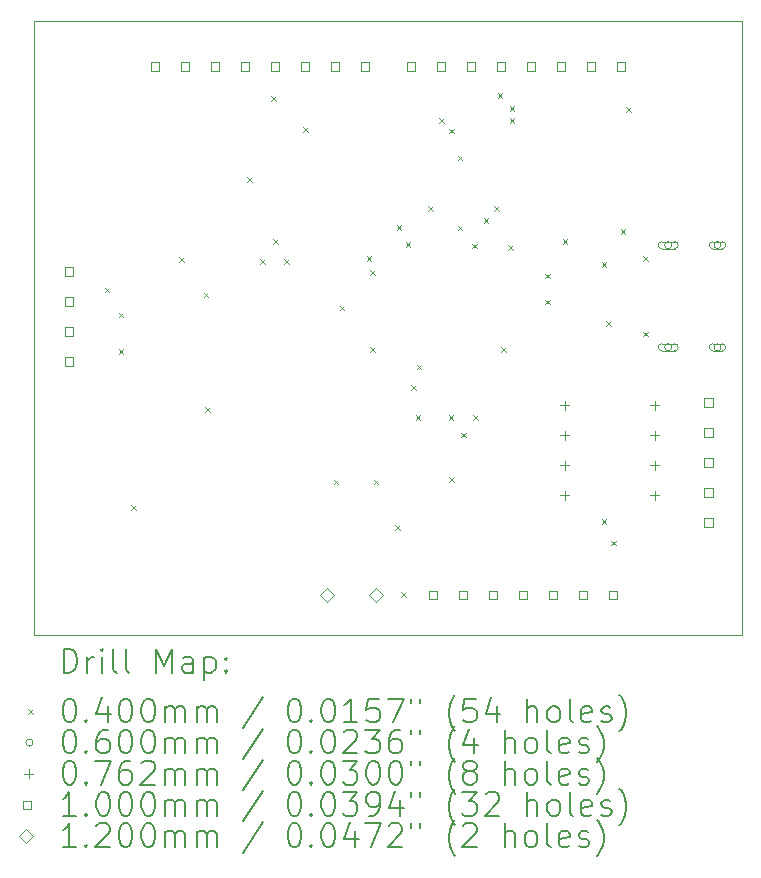
<source format=gbr>
%TF.GenerationSoftware,KiCad,Pcbnew,8.0.1*%
%TF.CreationDate,2024-07-28T14:25:37-07:00*%
%TF.ProjectId,RCS_Hardware,5243535f-4861-4726-9477-6172652e6b69,rev?*%
%TF.SameCoordinates,Original*%
%TF.FileFunction,Drillmap*%
%TF.FilePolarity,Positive*%
%FSLAX45Y45*%
G04 Gerber Fmt 4.5, Leading zero omitted, Abs format (unit mm)*
G04 Created by KiCad (PCBNEW 8.0.1) date 2024-07-28 14:25:37*
%MOMM*%
%LPD*%
G01*
G04 APERTURE LIST*
%ADD10C,0.100000*%
%ADD11C,0.010000*%
%ADD12C,0.200000*%
%ADD13C,0.120000*%
G04 APERTURE END LIST*
D10*
X10160000Y-7540400D02*
X16160000Y-7540400D01*
X16160000Y-12740400D01*
X10160000Y-12740400D01*
X10160000Y-7540400D01*
D11*
X15990000Y-9407500D02*
G75*
G02*
X16020000Y-9437500I0J-30000D01*
G01*
X15588000Y-9407500D02*
G75*
G02*
X15618000Y-9437500I0J-30000D01*
G01*
X16020000Y-9437500D02*
G75*
G02*
X15990000Y-9467500I-30000J0D01*
G01*
X15880000Y-9437500D02*
G75*
G02*
X15910000Y-9407500I30000J0D01*
G01*
X15618000Y-9437500D02*
G75*
G02*
X15588000Y-9467500I-30000J0D01*
G01*
X15448000Y-9437500D02*
G75*
G02*
X15478000Y-9407500I30000J0D01*
G01*
X15910000Y-9467500D02*
G75*
G02*
X15880000Y-9437500I0J30000D01*
G01*
X15478000Y-9467500D02*
G75*
G02*
X15448000Y-9437500I0J30000D01*
G01*
X15990000Y-10272500D02*
G75*
G02*
X16020000Y-10302500I0J-30000D01*
G01*
X15588000Y-10272500D02*
G75*
G02*
X15618000Y-10302500I0J-30000D01*
G01*
X16020000Y-10302500D02*
G75*
G02*
X15990000Y-10332500I-30000J0D01*
G01*
X15880000Y-10302500D02*
G75*
G02*
X15910000Y-10272500I30000J0D01*
G01*
X15618000Y-10302500D02*
G75*
G02*
X15588000Y-10332500I-30000J0D01*
G01*
X15448000Y-10302500D02*
G75*
G02*
X15478000Y-10272500I30000J0D01*
G01*
X15910000Y-10332500D02*
G75*
G02*
X15880000Y-10302500I0J30000D01*
G01*
X15478000Y-10332500D02*
G75*
G02*
X15448000Y-10302500I0J30000D01*
G01*
X15910000Y-9407500D02*
X15990000Y-9407500D01*
X15478000Y-9407500D02*
X15588000Y-9407500D01*
X15990000Y-9467500D02*
X15910000Y-9467500D01*
X15588000Y-9467500D02*
X15478000Y-9467500D01*
X15910000Y-10272500D02*
X15990000Y-10272500D01*
X15478000Y-10272500D02*
X15588000Y-10272500D01*
X15990000Y-10332500D02*
X15910000Y-10332500D01*
X15588000Y-10332500D02*
X15478000Y-10332500D01*
D12*
D10*
X10762300Y-9797100D02*
X10802300Y-9837100D01*
X10802300Y-9797100D02*
X10762300Y-9837100D01*
X10880000Y-10010000D02*
X10920000Y-10050000D01*
X10920000Y-10010000D02*
X10880000Y-10050000D01*
X10880000Y-10317800D02*
X10920000Y-10357800D01*
X10920000Y-10317800D02*
X10880000Y-10357800D01*
X10987700Y-11641080D02*
X11027700Y-11681080D01*
X11027700Y-11641080D02*
X10987700Y-11681080D01*
X11390000Y-9540000D02*
X11430000Y-9580000D01*
X11430000Y-9540000D02*
X11390000Y-9580000D01*
X11600000Y-9840000D02*
X11640000Y-9880000D01*
X11640000Y-9840000D02*
X11600000Y-9880000D01*
X11615000Y-10811800D02*
X11655000Y-10851800D01*
X11655000Y-10811800D02*
X11615000Y-10851800D01*
X11970000Y-8860000D02*
X12010000Y-8900000D01*
X12010000Y-8860000D02*
X11970000Y-8900000D01*
X12080000Y-9555000D02*
X12120000Y-9595000D01*
X12120000Y-9555000D02*
X12080000Y-9595000D01*
X12173840Y-8179000D02*
X12213840Y-8219000D01*
X12213840Y-8179000D02*
X12173840Y-8219000D01*
X12190000Y-9390000D02*
X12230000Y-9430000D01*
X12230000Y-9390000D02*
X12190000Y-9430000D01*
X12280000Y-9555000D02*
X12320000Y-9595000D01*
X12320000Y-9555000D02*
X12280000Y-9595000D01*
X12440000Y-8440000D02*
X12480000Y-8480000D01*
X12480000Y-8440000D02*
X12440000Y-8480000D01*
X12700000Y-11422700D02*
X12740000Y-11462700D01*
X12740000Y-11422700D02*
X12700000Y-11462700D01*
X12750000Y-9950000D02*
X12790000Y-9990000D01*
X12790000Y-9950000D02*
X12750000Y-9990000D01*
X12980000Y-9530000D02*
X13020000Y-9570000D01*
X13020000Y-9530000D02*
X12980000Y-9570000D01*
X13010000Y-9650000D02*
X13050000Y-9690000D01*
X13050000Y-9650000D02*
X13010000Y-9690000D01*
X13010000Y-10300000D02*
X13050000Y-10340000D01*
X13050000Y-10300000D02*
X13010000Y-10340000D01*
X13040000Y-11422700D02*
X13080000Y-11462700D01*
X13080000Y-11422700D02*
X13040000Y-11462700D01*
X13220000Y-11810000D02*
X13260000Y-11850000D01*
X13260000Y-11810000D02*
X13220000Y-11850000D01*
X13233200Y-9266800D02*
X13273200Y-9306800D01*
X13273200Y-9266800D02*
X13233200Y-9306800D01*
X13274360Y-12375200D02*
X13314360Y-12415200D01*
X13314360Y-12375200D02*
X13274360Y-12415200D01*
X13310000Y-9410000D02*
X13350000Y-9450000D01*
X13350000Y-9410000D02*
X13310000Y-9450000D01*
X13358450Y-10621550D02*
X13398450Y-10661550D01*
X13398450Y-10621550D02*
X13358450Y-10661550D01*
X13395600Y-10876600D02*
X13435600Y-10916600D01*
X13435600Y-10876600D02*
X13395600Y-10916600D01*
X13402500Y-10450000D02*
X13442500Y-10490000D01*
X13442500Y-10450000D02*
X13402500Y-10490000D01*
X13500000Y-9110000D02*
X13540000Y-9150000D01*
X13540000Y-9110000D02*
X13500000Y-9150000D01*
X13594400Y-8362000D02*
X13634400Y-8402000D01*
X13634400Y-8362000D02*
X13594400Y-8402000D01*
X13675000Y-10876600D02*
X13715000Y-10916600D01*
X13715000Y-10876600D02*
X13675000Y-10916600D01*
X13677200Y-8450900D02*
X13717200Y-8490900D01*
X13717200Y-8450900D02*
X13677200Y-8490900D01*
X13680000Y-11405000D02*
X13720000Y-11445000D01*
X13720000Y-11405000D02*
X13680000Y-11445000D01*
X13749700Y-9272110D02*
X13789700Y-9312110D01*
X13789700Y-9272110D02*
X13749700Y-9312110D01*
X13750000Y-8680000D02*
X13790000Y-8720000D01*
X13790000Y-8680000D02*
X13750000Y-8720000D01*
X13781996Y-11024642D02*
X13821996Y-11064642D01*
X13821996Y-11024642D02*
X13781996Y-11064642D01*
X13875000Y-9425000D02*
X13915000Y-9465000D01*
X13915000Y-9425000D02*
X13875000Y-9465000D01*
X13880000Y-10880000D02*
X13920000Y-10920000D01*
X13920000Y-10880000D02*
X13880000Y-10920000D01*
X13970000Y-9210000D02*
X14010000Y-9250000D01*
X14010000Y-9210000D02*
X13970000Y-9250000D01*
X14060000Y-9110000D02*
X14100000Y-9150000D01*
X14100000Y-9110000D02*
X14060000Y-9150000D01*
X14090000Y-8150000D02*
X14130000Y-8190000D01*
X14130000Y-8150000D02*
X14090000Y-8190000D01*
X14120000Y-10300000D02*
X14160000Y-10340000D01*
X14160000Y-10300000D02*
X14120000Y-10340000D01*
X14180000Y-9440000D02*
X14220000Y-9480000D01*
X14220000Y-9440000D02*
X14180000Y-9480000D01*
X14190000Y-8260000D02*
X14230000Y-8300000D01*
X14230000Y-8260000D02*
X14190000Y-8300000D01*
X14190000Y-8360000D02*
X14230000Y-8400000D01*
X14230000Y-8360000D02*
X14190000Y-8400000D01*
X14490000Y-9680000D02*
X14530000Y-9720000D01*
X14530000Y-9680000D02*
X14490000Y-9720000D01*
X14490000Y-9900000D02*
X14530000Y-9940000D01*
X14530000Y-9900000D02*
X14490000Y-9940000D01*
X14640000Y-9390000D02*
X14680000Y-9430000D01*
X14680000Y-9390000D02*
X14640000Y-9430000D01*
X14970000Y-9580000D02*
X15010000Y-9620000D01*
X15010000Y-9580000D02*
X14970000Y-9620000D01*
X14970000Y-11755000D02*
X15010000Y-11795000D01*
X15010000Y-11755000D02*
X14970000Y-11795000D01*
X15010000Y-10080000D02*
X15050000Y-10120000D01*
X15050000Y-10080000D02*
X15010000Y-10120000D01*
X15050000Y-11940000D02*
X15090000Y-11980000D01*
X15090000Y-11940000D02*
X15050000Y-11980000D01*
X15130000Y-9300000D02*
X15170000Y-9340000D01*
X15170000Y-9300000D02*
X15130000Y-9340000D01*
X15175560Y-8269400D02*
X15215560Y-8309400D01*
X15215560Y-8269400D02*
X15175560Y-8309400D01*
X15320000Y-9530000D02*
X15360000Y-9570000D01*
X15360000Y-9530000D02*
X15320000Y-9570000D01*
X15320000Y-10170000D02*
X15360000Y-10210000D01*
X15360000Y-10170000D02*
X15320000Y-10210000D01*
X15563000Y-9437500D02*
G75*
G02*
X15503000Y-9437500I-30000J0D01*
G01*
X15503000Y-9437500D02*
G75*
G02*
X15563000Y-9437500I30000J0D01*
G01*
X15563000Y-10302500D02*
G75*
G02*
X15503000Y-10302500I-30000J0D01*
G01*
X15503000Y-10302500D02*
G75*
G02*
X15563000Y-10302500I30000J0D01*
G01*
X15980000Y-9437500D02*
G75*
G02*
X15920000Y-9437500I-30000J0D01*
G01*
X15920000Y-9437500D02*
G75*
G02*
X15980000Y-9437500I30000J0D01*
G01*
X15980000Y-10302500D02*
G75*
G02*
X15920000Y-10302500I-30000J0D01*
G01*
X15920000Y-10302500D02*
G75*
G02*
X15980000Y-10302500I30000J0D01*
G01*
X14655800Y-10756900D02*
X14655800Y-10833100D01*
X14617700Y-10795000D02*
X14693900Y-10795000D01*
X14655800Y-11010900D02*
X14655800Y-11087100D01*
X14617700Y-11049000D02*
X14693900Y-11049000D01*
X14655800Y-11264900D02*
X14655800Y-11341100D01*
X14617700Y-11303000D02*
X14693900Y-11303000D01*
X14655800Y-11518900D02*
X14655800Y-11595100D01*
X14617700Y-11557000D02*
X14693900Y-11557000D01*
X15417800Y-10756900D02*
X15417800Y-10833100D01*
X15379700Y-10795000D02*
X15455900Y-10795000D01*
X15417800Y-11010900D02*
X15417800Y-11087100D01*
X15379700Y-11049000D02*
X15455900Y-11049000D01*
X15417800Y-11264900D02*
X15417800Y-11341100D01*
X15379700Y-11303000D02*
X15455900Y-11303000D01*
X15417800Y-11518900D02*
X15417800Y-11595100D01*
X15379700Y-11557000D02*
X15455900Y-11557000D01*
X10495356Y-9697356D02*
X10495356Y-9626644D01*
X10424644Y-9626644D01*
X10424644Y-9697356D01*
X10495356Y-9697356D01*
X10495356Y-9951356D02*
X10495356Y-9880644D01*
X10424644Y-9880644D01*
X10424644Y-9951356D01*
X10495356Y-9951356D01*
X10495356Y-10205356D02*
X10495356Y-10134644D01*
X10424644Y-10134644D01*
X10424644Y-10205356D01*
X10495356Y-10205356D01*
X10495356Y-10459356D02*
X10495356Y-10388644D01*
X10424644Y-10388644D01*
X10424644Y-10459356D01*
X10495356Y-10459356D01*
X11224056Y-7960156D02*
X11224056Y-7889444D01*
X11153344Y-7889444D01*
X11153344Y-7960156D01*
X11224056Y-7960156D01*
X11478056Y-7960156D02*
X11478056Y-7889444D01*
X11407344Y-7889444D01*
X11407344Y-7960156D01*
X11478056Y-7960156D01*
X11732056Y-7960156D02*
X11732056Y-7889444D01*
X11661344Y-7889444D01*
X11661344Y-7960156D01*
X11732056Y-7960156D01*
X11986056Y-7960156D02*
X11986056Y-7889444D01*
X11915344Y-7889444D01*
X11915344Y-7960156D01*
X11986056Y-7960156D01*
X12240056Y-7960156D02*
X12240056Y-7889444D01*
X12169344Y-7889444D01*
X12169344Y-7960156D01*
X12240056Y-7960156D01*
X12494056Y-7960156D02*
X12494056Y-7889444D01*
X12423344Y-7889444D01*
X12423344Y-7960156D01*
X12494056Y-7960156D01*
X12748056Y-7960156D02*
X12748056Y-7889444D01*
X12677344Y-7889444D01*
X12677344Y-7960156D01*
X12748056Y-7960156D01*
X13002056Y-7960156D02*
X13002056Y-7889444D01*
X12931344Y-7889444D01*
X12931344Y-7960156D01*
X13002056Y-7960156D01*
X13389896Y-7960156D02*
X13389896Y-7889444D01*
X13319184Y-7889444D01*
X13319184Y-7960156D01*
X13389896Y-7960156D01*
X13578636Y-12435356D02*
X13578636Y-12364644D01*
X13507924Y-12364644D01*
X13507924Y-12435356D01*
X13578636Y-12435356D01*
X13643896Y-7960156D02*
X13643896Y-7889444D01*
X13573184Y-7889444D01*
X13573184Y-7960156D01*
X13643896Y-7960156D01*
X13832636Y-12435356D02*
X13832636Y-12364644D01*
X13761924Y-12364644D01*
X13761924Y-12435356D01*
X13832636Y-12435356D01*
X13897896Y-7960156D02*
X13897896Y-7889444D01*
X13827184Y-7889444D01*
X13827184Y-7960156D01*
X13897896Y-7960156D01*
X14086636Y-12435356D02*
X14086636Y-12364644D01*
X14015924Y-12364644D01*
X14015924Y-12435356D01*
X14086636Y-12435356D01*
X14151896Y-7960156D02*
X14151896Y-7889444D01*
X14081184Y-7889444D01*
X14081184Y-7960156D01*
X14151896Y-7960156D01*
X14340636Y-12435356D02*
X14340636Y-12364644D01*
X14269924Y-12364644D01*
X14269924Y-12435356D01*
X14340636Y-12435356D01*
X14405896Y-7960156D02*
X14405896Y-7889444D01*
X14335184Y-7889444D01*
X14335184Y-7960156D01*
X14405896Y-7960156D01*
X14594636Y-12435356D02*
X14594636Y-12364644D01*
X14523924Y-12364644D01*
X14523924Y-12435356D01*
X14594636Y-12435356D01*
X14659896Y-7960156D02*
X14659896Y-7889444D01*
X14589184Y-7889444D01*
X14589184Y-7960156D01*
X14659896Y-7960156D01*
X14848636Y-12435356D02*
X14848636Y-12364644D01*
X14777924Y-12364644D01*
X14777924Y-12435356D01*
X14848636Y-12435356D01*
X14913896Y-7960156D02*
X14913896Y-7889444D01*
X14843184Y-7889444D01*
X14843184Y-7960156D01*
X14913896Y-7960156D01*
X15102636Y-12435356D02*
X15102636Y-12364644D01*
X15031924Y-12364644D01*
X15031924Y-12435356D01*
X15102636Y-12435356D01*
X15167896Y-7960156D02*
X15167896Y-7889444D01*
X15097184Y-7889444D01*
X15097184Y-7960156D01*
X15167896Y-7960156D01*
X15910356Y-10804956D02*
X15910356Y-10734244D01*
X15839644Y-10734244D01*
X15839644Y-10804956D01*
X15910356Y-10804956D01*
X15910356Y-11058956D02*
X15910356Y-10988244D01*
X15839644Y-10988244D01*
X15839644Y-11058956D01*
X15910356Y-11058956D01*
X15910356Y-11312956D02*
X15910356Y-11242244D01*
X15839644Y-11242244D01*
X15839644Y-11312956D01*
X15910356Y-11312956D01*
X15910356Y-11566956D02*
X15910356Y-11496244D01*
X15839644Y-11496244D01*
X15839644Y-11566956D01*
X15910356Y-11566956D01*
X15910356Y-11820956D02*
X15910356Y-11750244D01*
X15839644Y-11750244D01*
X15839644Y-11820956D01*
X15910356Y-11820956D01*
D13*
X12644400Y-12460000D02*
X12704400Y-12400000D01*
X12644400Y-12340000D01*
X12584400Y-12400000D01*
X12644400Y-12460000D01*
X13060000Y-12460000D02*
X13120000Y-12400000D01*
X13060000Y-12340000D01*
X13000000Y-12400000D01*
X13060000Y-12460000D01*
D12*
X10415777Y-13056884D02*
X10415777Y-12856884D01*
X10415777Y-12856884D02*
X10463396Y-12856884D01*
X10463396Y-12856884D02*
X10491967Y-12866408D01*
X10491967Y-12866408D02*
X10511015Y-12885455D01*
X10511015Y-12885455D02*
X10520539Y-12904503D01*
X10520539Y-12904503D02*
X10530063Y-12942598D01*
X10530063Y-12942598D02*
X10530063Y-12971169D01*
X10530063Y-12971169D02*
X10520539Y-13009265D01*
X10520539Y-13009265D02*
X10511015Y-13028312D01*
X10511015Y-13028312D02*
X10491967Y-13047360D01*
X10491967Y-13047360D02*
X10463396Y-13056884D01*
X10463396Y-13056884D02*
X10415777Y-13056884D01*
X10615777Y-13056884D02*
X10615777Y-12923550D01*
X10615777Y-12961646D02*
X10625301Y-12942598D01*
X10625301Y-12942598D02*
X10634824Y-12933074D01*
X10634824Y-12933074D02*
X10653872Y-12923550D01*
X10653872Y-12923550D02*
X10672920Y-12923550D01*
X10739586Y-13056884D02*
X10739586Y-12923550D01*
X10739586Y-12856884D02*
X10730063Y-12866408D01*
X10730063Y-12866408D02*
X10739586Y-12875931D01*
X10739586Y-12875931D02*
X10749110Y-12866408D01*
X10749110Y-12866408D02*
X10739586Y-12856884D01*
X10739586Y-12856884D02*
X10739586Y-12875931D01*
X10863396Y-13056884D02*
X10844348Y-13047360D01*
X10844348Y-13047360D02*
X10834824Y-13028312D01*
X10834824Y-13028312D02*
X10834824Y-12856884D01*
X10968158Y-13056884D02*
X10949110Y-13047360D01*
X10949110Y-13047360D02*
X10939586Y-13028312D01*
X10939586Y-13028312D02*
X10939586Y-12856884D01*
X11196729Y-13056884D02*
X11196729Y-12856884D01*
X11196729Y-12856884D02*
X11263396Y-12999741D01*
X11263396Y-12999741D02*
X11330062Y-12856884D01*
X11330062Y-12856884D02*
X11330062Y-13056884D01*
X11511015Y-13056884D02*
X11511015Y-12952122D01*
X11511015Y-12952122D02*
X11501491Y-12933074D01*
X11501491Y-12933074D02*
X11482443Y-12923550D01*
X11482443Y-12923550D02*
X11444348Y-12923550D01*
X11444348Y-12923550D02*
X11425301Y-12933074D01*
X11511015Y-13047360D02*
X11491967Y-13056884D01*
X11491967Y-13056884D02*
X11444348Y-13056884D01*
X11444348Y-13056884D02*
X11425301Y-13047360D01*
X11425301Y-13047360D02*
X11415777Y-13028312D01*
X11415777Y-13028312D02*
X11415777Y-13009265D01*
X11415777Y-13009265D02*
X11425301Y-12990217D01*
X11425301Y-12990217D02*
X11444348Y-12980693D01*
X11444348Y-12980693D02*
X11491967Y-12980693D01*
X11491967Y-12980693D02*
X11511015Y-12971169D01*
X11606253Y-12923550D02*
X11606253Y-13123550D01*
X11606253Y-12933074D02*
X11625301Y-12923550D01*
X11625301Y-12923550D02*
X11663396Y-12923550D01*
X11663396Y-12923550D02*
X11682443Y-12933074D01*
X11682443Y-12933074D02*
X11691967Y-12942598D01*
X11691967Y-12942598D02*
X11701491Y-12961646D01*
X11701491Y-12961646D02*
X11701491Y-13018788D01*
X11701491Y-13018788D02*
X11691967Y-13037836D01*
X11691967Y-13037836D02*
X11682443Y-13047360D01*
X11682443Y-13047360D02*
X11663396Y-13056884D01*
X11663396Y-13056884D02*
X11625301Y-13056884D01*
X11625301Y-13056884D02*
X11606253Y-13047360D01*
X11787205Y-13037836D02*
X11796729Y-13047360D01*
X11796729Y-13047360D02*
X11787205Y-13056884D01*
X11787205Y-13056884D02*
X11777682Y-13047360D01*
X11777682Y-13047360D02*
X11787205Y-13037836D01*
X11787205Y-13037836D02*
X11787205Y-13056884D01*
X11787205Y-12933074D02*
X11796729Y-12942598D01*
X11796729Y-12942598D02*
X11787205Y-12952122D01*
X11787205Y-12952122D02*
X11777682Y-12942598D01*
X11777682Y-12942598D02*
X11787205Y-12933074D01*
X11787205Y-12933074D02*
X11787205Y-12952122D01*
D10*
X10115000Y-13365400D02*
X10155000Y-13405400D01*
X10155000Y-13365400D02*
X10115000Y-13405400D01*
D12*
X10453872Y-13276884D02*
X10472920Y-13276884D01*
X10472920Y-13276884D02*
X10491967Y-13286408D01*
X10491967Y-13286408D02*
X10501491Y-13295931D01*
X10501491Y-13295931D02*
X10511015Y-13314979D01*
X10511015Y-13314979D02*
X10520539Y-13353074D01*
X10520539Y-13353074D02*
X10520539Y-13400693D01*
X10520539Y-13400693D02*
X10511015Y-13438788D01*
X10511015Y-13438788D02*
X10501491Y-13457836D01*
X10501491Y-13457836D02*
X10491967Y-13467360D01*
X10491967Y-13467360D02*
X10472920Y-13476884D01*
X10472920Y-13476884D02*
X10453872Y-13476884D01*
X10453872Y-13476884D02*
X10434824Y-13467360D01*
X10434824Y-13467360D02*
X10425301Y-13457836D01*
X10425301Y-13457836D02*
X10415777Y-13438788D01*
X10415777Y-13438788D02*
X10406253Y-13400693D01*
X10406253Y-13400693D02*
X10406253Y-13353074D01*
X10406253Y-13353074D02*
X10415777Y-13314979D01*
X10415777Y-13314979D02*
X10425301Y-13295931D01*
X10425301Y-13295931D02*
X10434824Y-13286408D01*
X10434824Y-13286408D02*
X10453872Y-13276884D01*
X10606253Y-13457836D02*
X10615777Y-13467360D01*
X10615777Y-13467360D02*
X10606253Y-13476884D01*
X10606253Y-13476884D02*
X10596729Y-13467360D01*
X10596729Y-13467360D02*
X10606253Y-13457836D01*
X10606253Y-13457836D02*
X10606253Y-13476884D01*
X10787205Y-13343550D02*
X10787205Y-13476884D01*
X10739586Y-13267360D02*
X10691967Y-13410217D01*
X10691967Y-13410217D02*
X10815777Y-13410217D01*
X10930063Y-13276884D02*
X10949110Y-13276884D01*
X10949110Y-13276884D02*
X10968158Y-13286408D01*
X10968158Y-13286408D02*
X10977682Y-13295931D01*
X10977682Y-13295931D02*
X10987205Y-13314979D01*
X10987205Y-13314979D02*
X10996729Y-13353074D01*
X10996729Y-13353074D02*
X10996729Y-13400693D01*
X10996729Y-13400693D02*
X10987205Y-13438788D01*
X10987205Y-13438788D02*
X10977682Y-13457836D01*
X10977682Y-13457836D02*
X10968158Y-13467360D01*
X10968158Y-13467360D02*
X10949110Y-13476884D01*
X10949110Y-13476884D02*
X10930063Y-13476884D01*
X10930063Y-13476884D02*
X10911015Y-13467360D01*
X10911015Y-13467360D02*
X10901491Y-13457836D01*
X10901491Y-13457836D02*
X10891967Y-13438788D01*
X10891967Y-13438788D02*
X10882444Y-13400693D01*
X10882444Y-13400693D02*
X10882444Y-13353074D01*
X10882444Y-13353074D02*
X10891967Y-13314979D01*
X10891967Y-13314979D02*
X10901491Y-13295931D01*
X10901491Y-13295931D02*
X10911015Y-13286408D01*
X10911015Y-13286408D02*
X10930063Y-13276884D01*
X11120539Y-13276884D02*
X11139586Y-13276884D01*
X11139586Y-13276884D02*
X11158634Y-13286408D01*
X11158634Y-13286408D02*
X11168158Y-13295931D01*
X11168158Y-13295931D02*
X11177682Y-13314979D01*
X11177682Y-13314979D02*
X11187205Y-13353074D01*
X11187205Y-13353074D02*
X11187205Y-13400693D01*
X11187205Y-13400693D02*
X11177682Y-13438788D01*
X11177682Y-13438788D02*
X11168158Y-13457836D01*
X11168158Y-13457836D02*
X11158634Y-13467360D01*
X11158634Y-13467360D02*
X11139586Y-13476884D01*
X11139586Y-13476884D02*
X11120539Y-13476884D01*
X11120539Y-13476884D02*
X11101491Y-13467360D01*
X11101491Y-13467360D02*
X11091967Y-13457836D01*
X11091967Y-13457836D02*
X11082444Y-13438788D01*
X11082444Y-13438788D02*
X11072920Y-13400693D01*
X11072920Y-13400693D02*
X11072920Y-13353074D01*
X11072920Y-13353074D02*
X11082444Y-13314979D01*
X11082444Y-13314979D02*
X11091967Y-13295931D01*
X11091967Y-13295931D02*
X11101491Y-13286408D01*
X11101491Y-13286408D02*
X11120539Y-13276884D01*
X11272920Y-13476884D02*
X11272920Y-13343550D01*
X11272920Y-13362598D02*
X11282443Y-13353074D01*
X11282443Y-13353074D02*
X11301491Y-13343550D01*
X11301491Y-13343550D02*
X11330063Y-13343550D01*
X11330063Y-13343550D02*
X11349110Y-13353074D01*
X11349110Y-13353074D02*
X11358634Y-13372122D01*
X11358634Y-13372122D02*
X11358634Y-13476884D01*
X11358634Y-13372122D02*
X11368158Y-13353074D01*
X11368158Y-13353074D02*
X11387205Y-13343550D01*
X11387205Y-13343550D02*
X11415777Y-13343550D01*
X11415777Y-13343550D02*
X11434824Y-13353074D01*
X11434824Y-13353074D02*
X11444348Y-13372122D01*
X11444348Y-13372122D02*
X11444348Y-13476884D01*
X11539586Y-13476884D02*
X11539586Y-13343550D01*
X11539586Y-13362598D02*
X11549110Y-13353074D01*
X11549110Y-13353074D02*
X11568158Y-13343550D01*
X11568158Y-13343550D02*
X11596729Y-13343550D01*
X11596729Y-13343550D02*
X11615777Y-13353074D01*
X11615777Y-13353074D02*
X11625301Y-13372122D01*
X11625301Y-13372122D02*
X11625301Y-13476884D01*
X11625301Y-13372122D02*
X11634824Y-13353074D01*
X11634824Y-13353074D02*
X11653872Y-13343550D01*
X11653872Y-13343550D02*
X11682443Y-13343550D01*
X11682443Y-13343550D02*
X11701491Y-13353074D01*
X11701491Y-13353074D02*
X11711015Y-13372122D01*
X11711015Y-13372122D02*
X11711015Y-13476884D01*
X12101491Y-13267360D02*
X11930063Y-13524503D01*
X12358634Y-13276884D02*
X12377682Y-13276884D01*
X12377682Y-13276884D02*
X12396729Y-13286408D01*
X12396729Y-13286408D02*
X12406253Y-13295931D01*
X12406253Y-13295931D02*
X12415777Y-13314979D01*
X12415777Y-13314979D02*
X12425301Y-13353074D01*
X12425301Y-13353074D02*
X12425301Y-13400693D01*
X12425301Y-13400693D02*
X12415777Y-13438788D01*
X12415777Y-13438788D02*
X12406253Y-13457836D01*
X12406253Y-13457836D02*
X12396729Y-13467360D01*
X12396729Y-13467360D02*
X12377682Y-13476884D01*
X12377682Y-13476884D02*
X12358634Y-13476884D01*
X12358634Y-13476884D02*
X12339586Y-13467360D01*
X12339586Y-13467360D02*
X12330063Y-13457836D01*
X12330063Y-13457836D02*
X12320539Y-13438788D01*
X12320539Y-13438788D02*
X12311015Y-13400693D01*
X12311015Y-13400693D02*
X12311015Y-13353074D01*
X12311015Y-13353074D02*
X12320539Y-13314979D01*
X12320539Y-13314979D02*
X12330063Y-13295931D01*
X12330063Y-13295931D02*
X12339586Y-13286408D01*
X12339586Y-13286408D02*
X12358634Y-13276884D01*
X12511015Y-13457836D02*
X12520539Y-13467360D01*
X12520539Y-13467360D02*
X12511015Y-13476884D01*
X12511015Y-13476884D02*
X12501491Y-13467360D01*
X12501491Y-13467360D02*
X12511015Y-13457836D01*
X12511015Y-13457836D02*
X12511015Y-13476884D01*
X12644348Y-13276884D02*
X12663396Y-13276884D01*
X12663396Y-13276884D02*
X12682444Y-13286408D01*
X12682444Y-13286408D02*
X12691967Y-13295931D01*
X12691967Y-13295931D02*
X12701491Y-13314979D01*
X12701491Y-13314979D02*
X12711015Y-13353074D01*
X12711015Y-13353074D02*
X12711015Y-13400693D01*
X12711015Y-13400693D02*
X12701491Y-13438788D01*
X12701491Y-13438788D02*
X12691967Y-13457836D01*
X12691967Y-13457836D02*
X12682444Y-13467360D01*
X12682444Y-13467360D02*
X12663396Y-13476884D01*
X12663396Y-13476884D02*
X12644348Y-13476884D01*
X12644348Y-13476884D02*
X12625301Y-13467360D01*
X12625301Y-13467360D02*
X12615777Y-13457836D01*
X12615777Y-13457836D02*
X12606253Y-13438788D01*
X12606253Y-13438788D02*
X12596729Y-13400693D01*
X12596729Y-13400693D02*
X12596729Y-13353074D01*
X12596729Y-13353074D02*
X12606253Y-13314979D01*
X12606253Y-13314979D02*
X12615777Y-13295931D01*
X12615777Y-13295931D02*
X12625301Y-13286408D01*
X12625301Y-13286408D02*
X12644348Y-13276884D01*
X12901491Y-13476884D02*
X12787206Y-13476884D01*
X12844348Y-13476884D02*
X12844348Y-13276884D01*
X12844348Y-13276884D02*
X12825301Y-13305455D01*
X12825301Y-13305455D02*
X12806253Y-13324503D01*
X12806253Y-13324503D02*
X12787206Y-13334027D01*
X13082444Y-13276884D02*
X12987206Y-13276884D01*
X12987206Y-13276884D02*
X12977682Y-13372122D01*
X12977682Y-13372122D02*
X12987206Y-13362598D01*
X12987206Y-13362598D02*
X13006253Y-13353074D01*
X13006253Y-13353074D02*
X13053872Y-13353074D01*
X13053872Y-13353074D02*
X13072920Y-13362598D01*
X13072920Y-13362598D02*
X13082444Y-13372122D01*
X13082444Y-13372122D02*
X13091967Y-13391169D01*
X13091967Y-13391169D02*
X13091967Y-13438788D01*
X13091967Y-13438788D02*
X13082444Y-13457836D01*
X13082444Y-13457836D02*
X13072920Y-13467360D01*
X13072920Y-13467360D02*
X13053872Y-13476884D01*
X13053872Y-13476884D02*
X13006253Y-13476884D01*
X13006253Y-13476884D02*
X12987206Y-13467360D01*
X12987206Y-13467360D02*
X12977682Y-13457836D01*
X13158634Y-13276884D02*
X13291967Y-13276884D01*
X13291967Y-13276884D02*
X13206253Y-13476884D01*
X13358634Y-13276884D02*
X13358634Y-13314979D01*
X13434825Y-13276884D02*
X13434825Y-13314979D01*
X13730063Y-13553074D02*
X13720539Y-13543550D01*
X13720539Y-13543550D02*
X13701491Y-13514979D01*
X13701491Y-13514979D02*
X13691968Y-13495931D01*
X13691968Y-13495931D02*
X13682444Y-13467360D01*
X13682444Y-13467360D02*
X13672920Y-13419741D01*
X13672920Y-13419741D02*
X13672920Y-13381646D01*
X13672920Y-13381646D02*
X13682444Y-13334027D01*
X13682444Y-13334027D02*
X13691968Y-13305455D01*
X13691968Y-13305455D02*
X13701491Y-13286408D01*
X13701491Y-13286408D02*
X13720539Y-13257836D01*
X13720539Y-13257836D02*
X13730063Y-13248312D01*
X13901491Y-13276884D02*
X13806253Y-13276884D01*
X13806253Y-13276884D02*
X13796729Y-13372122D01*
X13796729Y-13372122D02*
X13806253Y-13362598D01*
X13806253Y-13362598D02*
X13825301Y-13353074D01*
X13825301Y-13353074D02*
X13872920Y-13353074D01*
X13872920Y-13353074D02*
X13891968Y-13362598D01*
X13891968Y-13362598D02*
X13901491Y-13372122D01*
X13901491Y-13372122D02*
X13911015Y-13391169D01*
X13911015Y-13391169D02*
X13911015Y-13438788D01*
X13911015Y-13438788D02*
X13901491Y-13457836D01*
X13901491Y-13457836D02*
X13891968Y-13467360D01*
X13891968Y-13467360D02*
X13872920Y-13476884D01*
X13872920Y-13476884D02*
X13825301Y-13476884D01*
X13825301Y-13476884D02*
X13806253Y-13467360D01*
X13806253Y-13467360D02*
X13796729Y-13457836D01*
X14082444Y-13343550D02*
X14082444Y-13476884D01*
X14034825Y-13267360D02*
X13987206Y-13410217D01*
X13987206Y-13410217D02*
X14111015Y-13410217D01*
X14339587Y-13476884D02*
X14339587Y-13276884D01*
X14425301Y-13476884D02*
X14425301Y-13372122D01*
X14425301Y-13372122D02*
X14415777Y-13353074D01*
X14415777Y-13353074D02*
X14396730Y-13343550D01*
X14396730Y-13343550D02*
X14368158Y-13343550D01*
X14368158Y-13343550D02*
X14349110Y-13353074D01*
X14349110Y-13353074D02*
X14339587Y-13362598D01*
X14549110Y-13476884D02*
X14530063Y-13467360D01*
X14530063Y-13467360D02*
X14520539Y-13457836D01*
X14520539Y-13457836D02*
X14511015Y-13438788D01*
X14511015Y-13438788D02*
X14511015Y-13381646D01*
X14511015Y-13381646D02*
X14520539Y-13362598D01*
X14520539Y-13362598D02*
X14530063Y-13353074D01*
X14530063Y-13353074D02*
X14549110Y-13343550D01*
X14549110Y-13343550D02*
X14577682Y-13343550D01*
X14577682Y-13343550D02*
X14596730Y-13353074D01*
X14596730Y-13353074D02*
X14606253Y-13362598D01*
X14606253Y-13362598D02*
X14615777Y-13381646D01*
X14615777Y-13381646D02*
X14615777Y-13438788D01*
X14615777Y-13438788D02*
X14606253Y-13457836D01*
X14606253Y-13457836D02*
X14596730Y-13467360D01*
X14596730Y-13467360D02*
X14577682Y-13476884D01*
X14577682Y-13476884D02*
X14549110Y-13476884D01*
X14730063Y-13476884D02*
X14711015Y-13467360D01*
X14711015Y-13467360D02*
X14701491Y-13448312D01*
X14701491Y-13448312D02*
X14701491Y-13276884D01*
X14882444Y-13467360D02*
X14863396Y-13476884D01*
X14863396Y-13476884D02*
X14825301Y-13476884D01*
X14825301Y-13476884D02*
X14806253Y-13467360D01*
X14806253Y-13467360D02*
X14796730Y-13448312D01*
X14796730Y-13448312D02*
X14796730Y-13372122D01*
X14796730Y-13372122D02*
X14806253Y-13353074D01*
X14806253Y-13353074D02*
X14825301Y-13343550D01*
X14825301Y-13343550D02*
X14863396Y-13343550D01*
X14863396Y-13343550D02*
X14882444Y-13353074D01*
X14882444Y-13353074D02*
X14891968Y-13372122D01*
X14891968Y-13372122D02*
X14891968Y-13391169D01*
X14891968Y-13391169D02*
X14796730Y-13410217D01*
X14968158Y-13467360D02*
X14987206Y-13476884D01*
X14987206Y-13476884D02*
X15025301Y-13476884D01*
X15025301Y-13476884D02*
X15044349Y-13467360D01*
X15044349Y-13467360D02*
X15053872Y-13448312D01*
X15053872Y-13448312D02*
X15053872Y-13438788D01*
X15053872Y-13438788D02*
X15044349Y-13419741D01*
X15044349Y-13419741D02*
X15025301Y-13410217D01*
X15025301Y-13410217D02*
X14996730Y-13410217D01*
X14996730Y-13410217D02*
X14977682Y-13400693D01*
X14977682Y-13400693D02*
X14968158Y-13381646D01*
X14968158Y-13381646D02*
X14968158Y-13372122D01*
X14968158Y-13372122D02*
X14977682Y-13353074D01*
X14977682Y-13353074D02*
X14996730Y-13343550D01*
X14996730Y-13343550D02*
X15025301Y-13343550D01*
X15025301Y-13343550D02*
X15044349Y-13353074D01*
X15120539Y-13553074D02*
X15130063Y-13543550D01*
X15130063Y-13543550D02*
X15149111Y-13514979D01*
X15149111Y-13514979D02*
X15158634Y-13495931D01*
X15158634Y-13495931D02*
X15168158Y-13467360D01*
X15168158Y-13467360D02*
X15177682Y-13419741D01*
X15177682Y-13419741D02*
X15177682Y-13381646D01*
X15177682Y-13381646D02*
X15168158Y-13334027D01*
X15168158Y-13334027D02*
X15158634Y-13305455D01*
X15158634Y-13305455D02*
X15149111Y-13286408D01*
X15149111Y-13286408D02*
X15130063Y-13257836D01*
X15130063Y-13257836D02*
X15120539Y-13248312D01*
D10*
X10155000Y-13649400D02*
G75*
G02*
X10095000Y-13649400I-30000J0D01*
G01*
X10095000Y-13649400D02*
G75*
G02*
X10155000Y-13649400I30000J0D01*
G01*
D12*
X10453872Y-13540884D02*
X10472920Y-13540884D01*
X10472920Y-13540884D02*
X10491967Y-13550408D01*
X10491967Y-13550408D02*
X10501491Y-13559931D01*
X10501491Y-13559931D02*
X10511015Y-13578979D01*
X10511015Y-13578979D02*
X10520539Y-13617074D01*
X10520539Y-13617074D02*
X10520539Y-13664693D01*
X10520539Y-13664693D02*
X10511015Y-13702788D01*
X10511015Y-13702788D02*
X10501491Y-13721836D01*
X10501491Y-13721836D02*
X10491967Y-13731360D01*
X10491967Y-13731360D02*
X10472920Y-13740884D01*
X10472920Y-13740884D02*
X10453872Y-13740884D01*
X10453872Y-13740884D02*
X10434824Y-13731360D01*
X10434824Y-13731360D02*
X10425301Y-13721836D01*
X10425301Y-13721836D02*
X10415777Y-13702788D01*
X10415777Y-13702788D02*
X10406253Y-13664693D01*
X10406253Y-13664693D02*
X10406253Y-13617074D01*
X10406253Y-13617074D02*
X10415777Y-13578979D01*
X10415777Y-13578979D02*
X10425301Y-13559931D01*
X10425301Y-13559931D02*
X10434824Y-13550408D01*
X10434824Y-13550408D02*
X10453872Y-13540884D01*
X10606253Y-13721836D02*
X10615777Y-13731360D01*
X10615777Y-13731360D02*
X10606253Y-13740884D01*
X10606253Y-13740884D02*
X10596729Y-13731360D01*
X10596729Y-13731360D02*
X10606253Y-13721836D01*
X10606253Y-13721836D02*
X10606253Y-13740884D01*
X10787205Y-13540884D02*
X10749110Y-13540884D01*
X10749110Y-13540884D02*
X10730063Y-13550408D01*
X10730063Y-13550408D02*
X10720539Y-13559931D01*
X10720539Y-13559931D02*
X10701491Y-13588503D01*
X10701491Y-13588503D02*
X10691967Y-13626598D01*
X10691967Y-13626598D02*
X10691967Y-13702788D01*
X10691967Y-13702788D02*
X10701491Y-13721836D01*
X10701491Y-13721836D02*
X10711015Y-13731360D01*
X10711015Y-13731360D02*
X10730063Y-13740884D01*
X10730063Y-13740884D02*
X10768158Y-13740884D01*
X10768158Y-13740884D02*
X10787205Y-13731360D01*
X10787205Y-13731360D02*
X10796729Y-13721836D01*
X10796729Y-13721836D02*
X10806253Y-13702788D01*
X10806253Y-13702788D02*
X10806253Y-13655169D01*
X10806253Y-13655169D02*
X10796729Y-13636122D01*
X10796729Y-13636122D02*
X10787205Y-13626598D01*
X10787205Y-13626598D02*
X10768158Y-13617074D01*
X10768158Y-13617074D02*
X10730063Y-13617074D01*
X10730063Y-13617074D02*
X10711015Y-13626598D01*
X10711015Y-13626598D02*
X10701491Y-13636122D01*
X10701491Y-13636122D02*
X10691967Y-13655169D01*
X10930063Y-13540884D02*
X10949110Y-13540884D01*
X10949110Y-13540884D02*
X10968158Y-13550408D01*
X10968158Y-13550408D02*
X10977682Y-13559931D01*
X10977682Y-13559931D02*
X10987205Y-13578979D01*
X10987205Y-13578979D02*
X10996729Y-13617074D01*
X10996729Y-13617074D02*
X10996729Y-13664693D01*
X10996729Y-13664693D02*
X10987205Y-13702788D01*
X10987205Y-13702788D02*
X10977682Y-13721836D01*
X10977682Y-13721836D02*
X10968158Y-13731360D01*
X10968158Y-13731360D02*
X10949110Y-13740884D01*
X10949110Y-13740884D02*
X10930063Y-13740884D01*
X10930063Y-13740884D02*
X10911015Y-13731360D01*
X10911015Y-13731360D02*
X10901491Y-13721836D01*
X10901491Y-13721836D02*
X10891967Y-13702788D01*
X10891967Y-13702788D02*
X10882444Y-13664693D01*
X10882444Y-13664693D02*
X10882444Y-13617074D01*
X10882444Y-13617074D02*
X10891967Y-13578979D01*
X10891967Y-13578979D02*
X10901491Y-13559931D01*
X10901491Y-13559931D02*
X10911015Y-13550408D01*
X10911015Y-13550408D02*
X10930063Y-13540884D01*
X11120539Y-13540884D02*
X11139586Y-13540884D01*
X11139586Y-13540884D02*
X11158634Y-13550408D01*
X11158634Y-13550408D02*
X11168158Y-13559931D01*
X11168158Y-13559931D02*
X11177682Y-13578979D01*
X11177682Y-13578979D02*
X11187205Y-13617074D01*
X11187205Y-13617074D02*
X11187205Y-13664693D01*
X11187205Y-13664693D02*
X11177682Y-13702788D01*
X11177682Y-13702788D02*
X11168158Y-13721836D01*
X11168158Y-13721836D02*
X11158634Y-13731360D01*
X11158634Y-13731360D02*
X11139586Y-13740884D01*
X11139586Y-13740884D02*
X11120539Y-13740884D01*
X11120539Y-13740884D02*
X11101491Y-13731360D01*
X11101491Y-13731360D02*
X11091967Y-13721836D01*
X11091967Y-13721836D02*
X11082444Y-13702788D01*
X11082444Y-13702788D02*
X11072920Y-13664693D01*
X11072920Y-13664693D02*
X11072920Y-13617074D01*
X11072920Y-13617074D02*
X11082444Y-13578979D01*
X11082444Y-13578979D02*
X11091967Y-13559931D01*
X11091967Y-13559931D02*
X11101491Y-13550408D01*
X11101491Y-13550408D02*
X11120539Y-13540884D01*
X11272920Y-13740884D02*
X11272920Y-13607550D01*
X11272920Y-13626598D02*
X11282443Y-13617074D01*
X11282443Y-13617074D02*
X11301491Y-13607550D01*
X11301491Y-13607550D02*
X11330063Y-13607550D01*
X11330063Y-13607550D02*
X11349110Y-13617074D01*
X11349110Y-13617074D02*
X11358634Y-13636122D01*
X11358634Y-13636122D02*
X11358634Y-13740884D01*
X11358634Y-13636122D02*
X11368158Y-13617074D01*
X11368158Y-13617074D02*
X11387205Y-13607550D01*
X11387205Y-13607550D02*
X11415777Y-13607550D01*
X11415777Y-13607550D02*
X11434824Y-13617074D01*
X11434824Y-13617074D02*
X11444348Y-13636122D01*
X11444348Y-13636122D02*
X11444348Y-13740884D01*
X11539586Y-13740884D02*
X11539586Y-13607550D01*
X11539586Y-13626598D02*
X11549110Y-13617074D01*
X11549110Y-13617074D02*
X11568158Y-13607550D01*
X11568158Y-13607550D02*
X11596729Y-13607550D01*
X11596729Y-13607550D02*
X11615777Y-13617074D01*
X11615777Y-13617074D02*
X11625301Y-13636122D01*
X11625301Y-13636122D02*
X11625301Y-13740884D01*
X11625301Y-13636122D02*
X11634824Y-13617074D01*
X11634824Y-13617074D02*
X11653872Y-13607550D01*
X11653872Y-13607550D02*
X11682443Y-13607550D01*
X11682443Y-13607550D02*
X11701491Y-13617074D01*
X11701491Y-13617074D02*
X11711015Y-13636122D01*
X11711015Y-13636122D02*
X11711015Y-13740884D01*
X12101491Y-13531360D02*
X11930063Y-13788503D01*
X12358634Y-13540884D02*
X12377682Y-13540884D01*
X12377682Y-13540884D02*
X12396729Y-13550408D01*
X12396729Y-13550408D02*
X12406253Y-13559931D01*
X12406253Y-13559931D02*
X12415777Y-13578979D01*
X12415777Y-13578979D02*
X12425301Y-13617074D01*
X12425301Y-13617074D02*
X12425301Y-13664693D01*
X12425301Y-13664693D02*
X12415777Y-13702788D01*
X12415777Y-13702788D02*
X12406253Y-13721836D01*
X12406253Y-13721836D02*
X12396729Y-13731360D01*
X12396729Y-13731360D02*
X12377682Y-13740884D01*
X12377682Y-13740884D02*
X12358634Y-13740884D01*
X12358634Y-13740884D02*
X12339586Y-13731360D01*
X12339586Y-13731360D02*
X12330063Y-13721836D01*
X12330063Y-13721836D02*
X12320539Y-13702788D01*
X12320539Y-13702788D02*
X12311015Y-13664693D01*
X12311015Y-13664693D02*
X12311015Y-13617074D01*
X12311015Y-13617074D02*
X12320539Y-13578979D01*
X12320539Y-13578979D02*
X12330063Y-13559931D01*
X12330063Y-13559931D02*
X12339586Y-13550408D01*
X12339586Y-13550408D02*
X12358634Y-13540884D01*
X12511015Y-13721836D02*
X12520539Y-13731360D01*
X12520539Y-13731360D02*
X12511015Y-13740884D01*
X12511015Y-13740884D02*
X12501491Y-13731360D01*
X12501491Y-13731360D02*
X12511015Y-13721836D01*
X12511015Y-13721836D02*
X12511015Y-13740884D01*
X12644348Y-13540884D02*
X12663396Y-13540884D01*
X12663396Y-13540884D02*
X12682444Y-13550408D01*
X12682444Y-13550408D02*
X12691967Y-13559931D01*
X12691967Y-13559931D02*
X12701491Y-13578979D01*
X12701491Y-13578979D02*
X12711015Y-13617074D01*
X12711015Y-13617074D02*
X12711015Y-13664693D01*
X12711015Y-13664693D02*
X12701491Y-13702788D01*
X12701491Y-13702788D02*
X12691967Y-13721836D01*
X12691967Y-13721836D02*
X12682444Y-13731360D01*
X12682444Y-13731360D02*
X12663396Y-13740884D01*
X12663396Y-13740884D02*
X12644348Y-13740884D01*
X12644348Y-13740884D02*
X12625301Y-13731360D01*
X12625301Y-13731360D02*
X12615777Y-13721836D01*
X12615777Y-13721836D02*
X12606253Y-13702788D01*
X12606253Y-13702788D02*
X12596729Y-13664693D01*
X12596729Y-13664693D02*
X12596729Y-13617074D01*
X12596729Y-13617074D02*
X12606253Y-13578979D01*
X12606253Y-13578979D02*
X12615777Y-13559931D01*
X12615777Y-13559931D02*
X12625301Y-13550408D01*
X12625301Y-13550408D02*
X12644348Y-13540884D01*
X12787206Y-13559931D02*
X12796729Y-13550408D01*
X12796729Y-13550408D02*
X12815777Y-13540884D01*
X12815777Y-13540884D02*
X12863396Y-13540884D01*
X12863396Y-13540884D02*
X12882444Y-13550408D01*
X12882444Y-13550408D02*
X12891967Y-13559931D01*
X12891967Y-13559931D02*
X12901491Y-13578979D01*
X12901491Y-13578979D02*
X12901491Y-13598027D01*
X12901491Y-13598027D02*
X12891967Y-13626598D01*
X12891967Y-13626598D02*
X12777682Y-13740884D01*
X12777682Y-13740884D02*
X12901491Y-13740884D01*
X12968158Y-13540884D02*
X13091967Y-13540884D01*
X13091967Y-13540884D02*
X13025301Y-13617074D01*
X13025301Y-13617074D02*
X13053872Y-13617074D01*
X13053872Y-13617074D02*
X13072920Y-13626598D01*
X13072920Y-13626598D02*
X13082444Y-13636122D01*
X13082444Y-13636122D02*
X13091967Y-13655169D01*
X13091967Y-13655169D02*
X13091967Y-13702788D01*
X13091967Y-13702788D02*
X13082444Y-13721836D01*
X13082444Y-13721836D02*
X13072920Y-13731360D01*
X13072920Y-13731360D02*
X13053872Y-13740884D01*
X13053872Y-13740884D02*
X12996729Y-13740884D01*
X12996729Y-13740884D02*
X12977682Y-13731360D01*
X12977682Y-13731360D02*
X12968158Y-13721836D01*
X13263396Y-13540884D02*
X13225301Y-13540884D01*
X13225301Y-13540884D02*
X13206253Y-13550408D01*
X13206253Y-13550408D02*
X13196729Y-13559931D01*
X13196729Y-13559931D02*
X13177682Y-13588503D01*
X13177682Y-13588503D02*
X13168158Y-13626598D01*
X13168158Y-13626598D02*
X13168158Y-13702788D01*
X13168158Y-13702788D02*
X13177682Y-13721836D01*
X13177682Y-13721836D02*
X13187206Y-13731360D01*
X13187206Y-13731360D02*
X13206253Y-13740884D01*
X13206253Y-13740884D02*
X13244348Y-13740884D01*
X13244348Y-13740884D02*
X13263396Y-13731360D01*
X13263396Y-13731360D02*
X13272920Y-13721836D01*
X13272920Y-13721836D02*
X13282444Y-13702788D01*
X13282444Y-13702788D02*
X13282444Y-13655169D01*
X13282444Y-13655169D02*
X13272920Y-13636122D01*
X13272920Y-13636122D02*
X13263396Y-13626598D01*
X13263396Y-13626598D02*
X13244348Y-13617074D01*
X13244348Y-13617074D02*
X13206253Y-13617074D01*
X13206253Y-13617074D02*
X13187206Y-13626598D01*
X13187206Y-13626598D02*
X13177682Y-13636122D01*
X13177682Y-13636122D02*
X13168158Y-13655169D01*
X13358634Y-13540884D02*
X13358634Y-13578979D01*
X13434825Y-13540884D02*
X13434825Y-13578979D01*
X13730063Y-13817074D02*
X13720539Y-13807550D01*
X13720539Y-13807550D02*
X13701491Y-13778979D01*
X13701491Y-13778979D02*
X13691968Y-13759931D01*
X13691968Y-13759931D02*
X13682444Y-13731360D01*
X13682444Y-13731360D02*
X13672920Y-13683741D01*
X13672920Y-13683741D02*
X13672920Y-13645646D01*
X13672920Y-13645646D02*
X13682444Y-13598027D01*
X13682444Y-13598027D02*
X13691968Y-13569455D01*
X13691968Y-13569455D02*
X13701491Y-13550408D01*
X13701491Y-13550408D02*
X13720539Y-13521836D01*
X13720539Y-13521836D02*
X13730063Y-13512312D01*
X13891968Y-13607550D02*
X13891968Y-13740884D01*
X13844348Y-13531360D02*
X13796729Y-13674217D01*
X13796729Y-13674217D02*
X13920539Y-13674217D01*
X14149110Y-13740884D02*
X14149110Y-13540884D01*
X14234825Y-13740884D02*
X14234825Y-13636122D01*
X14234825Y-13636122D02*
X14225301Y-13617074D01*
X14225301Y-13617074D02*
X14206253Y-13607550D01*
X14206253Y-13607550D02*
X14177682Y-13607550D01*
X14177682Y-13607550D02*
X14158634Y-13617074D01*
X14158634Y-13617074D02*
X14149110Y-13626598D01*
X14358634Y-13740884D02*
X14339587Y-13731360D01*
X14339587Y-13731360D02*
X14330063Y-13721836D01*
X14330063Y-13721836D02*
X14320539Y-13702788D01*
X14320539Y-13702788D02*
X14320539Y-13645646D01*
X14320539Y-13645646D02*
X14330063Y-13626598D01*
X14330063Y-13626598D02*
X14339587Y-13617074D01*
X14339587Y-13617074D02*
X14358634Y-13607550D01*
X14358634Y-13607550D02*
X14387206Y-13607550D01*
X14387206Y-13607550D02*
X14406253Y-13617074D01*
X14406253Y-13617074D02*
X14415777Y-13626598D01*
X14415777Y-13626598D02*
X14425301Y-13645646D01*
X14425301Y-13645646D02*
X14425301Y-13702788D01*
X14425301Y-13702788D02*
X14415777Y-13721836D01*
X14415777Y-13721836D02*
X14406253Y-13731360D01*
X14406253Y-13731360D02*
X14387206Y-13740884D01*
X14387206Y-13740884D02*
X14358634Y-13740884D01*
X14539587Y-13740884D02*
X14520539Y-13731360D01*
X14520539Y-13731360D02*
X14511015Y-13712312D01*
X14511015Y-13712312D02*
X14511015Y-13540884D01*
X14691968Y-13731360D02*
X14672920Y-13740884D01*
X14672920Y-13740884D02*
X14634825Y-13740884D01*
X14634825Y-13740884D02*
X14615777Y-13731360D01*
X14615777Y-13731360D02*
X14606253Y-13712312D01*
X14606253Y-13712312D02*
X14606253Y-13636122D01*
X14606253Y-13636122D02*
X14615777Y-13617074D01*
X14615777Y-13617074D02*
X14634825Y-13607550D01*
X14634825Y-13607550D02*
X14672920Y-13607550D01*
X14672920Y-13607550D02*
X14691968Y-13617074D01*
X14691968Y-13617074D02*
X14701491Y-13636122D01*
X14701491Y-13636122D02*
X14701491Y-13655169D01*
X14701491Y-13655169D02*
X14606253Y-13674217D01*
X14777682Y-13731360D02*
X14796730Y-13740884D01*
X14796730Y-13740884D02*
X14834825Y-13740884D01*
X14834825Y-13740884D02*
X14853872Y-13731360D01*
X14853872Y-13731360D02*
X14863396Y-13712312D01*
X14863396Y-13712312D02*
X14863396Y-13702788D01*
X14863396Y-13702788D02*
X14853872Y-13683741D01*
X14853872Y-13683741D02*
X14834825Y-13674217D01*
X14834825Y-13674217D02*
X14806253Y-13674217D01*
X14806253Y-13674217D02*
X14787206Y-13664693D01*
X14787206Y-13664693D02*
X14777682Y-13645646D01*
X14777682Y-13645646D02*
X14777682Y-13636122D01*
X14777682Y-13636122D02*
X14787206Y-13617074D01*
X14787206Y-13617074D02*
X14806253Y-13607550D01*
X14806253Y-13607550D02*
X14834825Y-13607550D01*
X14834825Y-13607550D02*
X14853872Y-13617074D01*
X14930063Y-13817074D02*
X14939587Y-13807550D01*
X14939587Y-13807550D02*
X14958634Y-13778979D01*
X14958634Y-13778979D02*
X14968158Y-13759931D01*
X14968158Y-13759931D02*
X14977682Y-13731360D01*
X14977682Y-13731360D02*
X14987206Y-13683741D01*
X14987206Y-13683741D02*
X14987206Y-13645646D01*
X14987206Y-13645646D02*
X14977682Y-13598027D01*
X14977682Y-13598027D02*
X14968158Y-13569455D01*
X14968158Y-13569455D02*
X14958634Y-13550408D01*
X14958634Y-13550408D02*
X14939587Y-13521836D01*
X14939587Y-13521836D02*
X14930063Y-13512312D01*
D10*
X10116900Y-13875300D02*
X10116900Y-13951500D01*
X10078800Y-13913400D02*
X10155000Y-13913400D01*
D12*
X10453872Y-13804884D02*
X10472920Y-13804884D01*
X10472920Y-13804884D02*
X10491967Y-13814408D01*
X10491967Y-13814408D02*
X10501491Y-13823931D01*
X10501491Y-13823931D02*
X10511015Y-13842979D01*
X10511015Y-13842979D02*
X10520539Y-13881074D01*
X10520539Y-13881074D02*
X10520539Y-13928693D01*
X10520539Y-13928693D02*
X10511015Y-13966788D01*
X10511015Y-13966788D02*
X10501491Y-13985836D01*
X10501491Y-13985836D02*
X10491967Y-13995360D01*
X10491967Y-13995360D02*
X10472920Y-14004884D01*
X10472920Y-14004884D02*
X10453872Y-14004884D01*
X10453872Y-14004884D02*
X10434824Y-13995360D01*
X10434824Y-13995360D02*
X10425301Y-13985836D01*
X10425301Y-13985836D02*
X10415777Y-13966788D01*
X10415777Y-13966788D02*
X10406253Y-13928693D01*
X10406253Y-13928693D02*
X10406253Y-13881074D01*
X10406253Y-13881074D02*
X10415777Y-13842979D01*
X10415777Y-13842979D02*
X10425301Y-13823931D01*
X10425301Y-13823931D02*
X10434824Y-13814408D01*
X10434824Y-13814408D02*
X10453872Y-13804884D01*
X10606253Y-13985836D02*
X10615777Y-13995360D01*
X10615777Y-13995360D02*
X10606253Y-14004884D01*
X10606253Y-14004884D02*
X10596729Y-13995360D01*
X10596729Y-13995360D02*
X10606253Y-13985836D01*
X10606253Y-13985836D02*
X10606253Y-14004884D01*
X10682444Y-13804884D02*
X10815777Y-13804884D01*
X10815777Y-13804884D02*
X10730063Y-14004884D01*
X10977682Y-13804884D02*
X10939586Y-13804884D01*
X10939586Y-13804884D02*
X10920539Y-13814408D01*
X10920539Y-13814408D02*
X10911015Y-13823931D01*
X10911015Y-13823931D02*
X10891967Y-13852503D01*
X10891967Y-13852503D02*
X10882444Y-13890598D01*
X10882444Y-13890598D02*
X10882444Y-13966788D01*
X10882444Y-13966788D02*
X10891967Y-13985836D01*
X10891967Y-13985836D02*
X10901491Y-13995360D01*
X10901491Y-13995360D02*
X10920539Y-14004884D01*
X10920539Y-14004884D02*
X10958634Y-14004884D01*
X10958634Y-14004884D02*
X10977682Y-13995360D01*
X10977682Y-13995360D02*
X10987205Y-13985836D01*
X10987205Y-13985836D02*
X10996729Y-13966788D01*
X10996729Y-13966788D02*
X10996729Y-13919169D01*
X10996729Y-13919169D02*
X10987205Y-13900122D01*
X10987205Y-13900122D02*
X10977682Y-13890598D01*
X10977682Y-13890598D02*
X10958634Y-13881074D01*
X10958634Y-13881074D02*
X10920539Y-13881074D01*
X10920539Y-13881074D02*
X10901491Y-13890598D01*
X10901491Y-13890598D02*
X10891967Y-13900122D01*
X10891967Y-13900122D02*
X10882444Y-13919169D01*
X11072920Y-13823931D02*
X11082444Y-13814408D01*
X11082444Y-13814408D02*
X11101491Y-13804884D01*
X11101491Y-13804884D02*
X11149110Y-13804884D01*
X11149110Y-13804884D02*
X11168158Y-13814408D01*
X11168158Y-13814408D02*
X11177682Y-13823931D01*
X11177682Y-13823931D02*
X11187205Y-13842979D01*
X11187205Y-13842979D02*
X11187205Y-13862027D01*
X11187205Y-13862027D02*
X11177682Y-13890598D01*
X11177682Y-13890598D02*
X11063396Y-14004884D01*
X11063396Y-14004884D02*
X11187205Y-14004884D01*
X11272920Y-14004884D02*
X11272920Y-13871550D01*
X11272920Y-13890598D02*
X11282443Y-13881074D01*
X11282443Y-13881074D02*
X11301491Y-13871550D01*
X11301491Y-13871550D02*
X11330063Y-13871550D01*
X11330063Y-13871550D02*
X11349110Y-13881074D01*
X11349110Y-13881074D02*
X11358634Y-13900122D01*
X11358634Y-13900122D02*
X11358634Y-14004884D01*
X11358634Y-13900122D02*
X11368158Y-13881074D01*
X11368158Y-13881074D02*
X11387205Y-13871550D01*
X11387205Y-13871550D02*
X11415777Y-13871550D01*
X11415777Y-13871550D02*
X11434824Y-13881074D01*
X11434824Y-13881074D02*
X11444348Y-13900122D01*
X11444348Y-13900122D02*
X11444348Y-14004884D01*
X11539586Y-14004884D02*
X11539586Y-13871550D01*
X11539586Y-13890598D02*
X11549110Y-13881074D01*
X11549110Y-13881074D02*
X11568158Y-13871550D01*
X11568158Y-13871550D02*
X11596729Y-13871550D01*
X11596729Y-13871550D02*
X11615777Y-13881074D01*
X11615777Y-13881074D02*
X11625301Y-13900122D01*
X11625301Y-13900122D02*
X11625301Y-14004884D01*
X11625301Y-13900122D02*
X11634824Y-13881074D01*
X11634824Y-13881074D02*
X11653872Y-13871550D01*
X11653872Y-13871550D02*
X11682443Y-13871550D01*
X11682443Y-13871550D02*
X11701491Y-13881074D01*
X11701491Y-13881074D02*
X11711015Y-13900122D01*
X11711015Y-13900122D02*
X11711015Y-14004884D01*
X12101491Y-13795360D02*
X11930063Y-14052503D01*
X12358634Y-13804884D02*
X12377682Y-13804884D01*
X12377682Y-13804884D02*
X12396729Y-13814408D01*
X12396729Y-13814408D02*
X12406253Y-13823931D01*
X12406253Y-13823931D02*
X12415777Y-13842979D01*
X12415777Y-13842979D02*
X12425301Y-13881074D01*
X12425301Y-13881074D02*
X12425301Y-13928693D01*
X12425301Y-13928693D02*
X12415777Y-13966788D01*
X12415777Y-13966788D02*
X12406253Y-13985836D01*
X12406253Y-13985836D02*
X12396729Y-13995360D01*
X12396729Y-13995360D02*
X12377682Y-14004884D01*
X12377682Y-14004884D02*
X12358634Y-14004884D01*
X12358634Y-14004884D02*
X12339586Y-13995360D01*
X12339586Y-13995360D02*
X12330063Y-13985836D01*
X12330063Y-13985836D02*
X12320539Y-13966788D01*
X12320539Y-13966788D02*
X12311015Y-13928693D01*
X12311015Y-13928693D02*
X12311015Y-13881074D01*
X12311015Y-13881074D02*
X12320539Y-13842979D01*
X12320539Y-13842979D02*
X12330063Y-13823931D01*
X12330063Y-13823931D02*
X12339586Y-13814408D01*
X12339586Y-13814408D02*
X12358634Y-13804884D01*
X12511015Y-13985836D02*
X12520539Y-13995360D01*
X12520539Y-13995360D02*
X12511015Y-14004884D01*
X12511015Y-14004884D02*
X12501491Y-13995360D01*
X12501491Y-13995360D02*
X12511015Y-13985836D01*
X12511015Y-13985836D02*
X12511015Y-14004884D01*
X12644348Y-13804884D02*
X12663396Y-13804884D01*
X12663396Y-13804884D02*
X12682444Y-13814408D01*
X12682444Y-13814408D02*
X12691967Y-13823931D01*
X12691967Y-13823931D02*
X12701491Y-13842979D01*
X12701491Y-13842979D02*
X12711015Y-13881074D01*
X12711015Y-13881074D02*
X12711015Y-13928693D01*
X12711015Y-13928693D02*
X12701491Y-13966788D01*
X12701491Y-13966788D02*
X12691967Y-13985836D01*
X12691967Y-13985836D02*
X12682444Y-13995360D01*
X12682444Y-13995360D02*
X12663396Y-14004884D01*
X12663396Y-14004884D02*
X12644348Y-14004884D01*
X12644348Y-14004884D02*
X12625301Y-13995360D01*
X12625301Y-13995360D02*
X12615777Y-13985836D01*
X12615777Y-13985836D02*
X12606253Y-13966788D01*
X12606253Y-13966788D02*
X12596729Y-13928693D01*
X12596729Y-13928693D02*
X12596729Y-13881074D01*
X12596729Y-13881074D02*
X12606253Y-13842979D01*
X12606253Y-13842979D02*
X12615777Y-13823931D01*
X12615777Y-13823931D02*
X12625301Y-13814408D01*
X12625301Y-13814408D02*
X12644348Y-13804884D01*
X12777682Y-13804884D02*
X12901491Y-13804884D01*
X12901491Y-13804884D02*
X12834825Y-13881074D01*
X12834825Y-13881074D02*
X12863396Y-13881074D01*
X12863396Y-13881074D02*
X12882444Y-13890598D01*
X12882444Y-13890598D02*
X12891967Y-13900122D01*
X12891967Y-13900122D02*
X12901491Y-13919169D01*
X12901491Y-13919169D02*
X12901491Y-13966788D01*
X12901491Y-13966788D02*
X12891967Y-13985836D01*
X12891967Y-13985836D02*
X12882444Y-13995360D01*
X12882444Y-13995360D02*
X12863396Y-14004884D01*
X12863396Y-14004884D02*
X12806253Y-14004884D01*
X12806253Y-14004884D02*
X12787206Y-13995360D01*
X12787206Y-13995360D02*
X12777682Y-13985836D01*
X13025301Y-13804884D02*
X13044348Y-13804884D01*
X13044348Y-13804884D02*
X13063396Y-13814408D01*
X13063396Y-13814408D02*
X13072920Y-13823931D01*
X13072920Y-13823931D02*
X13082444Y-13842979D01*
X13082444Y-13842979D02*
X13091967Y-13881074D01*
X13091967Y-13881074D02*
X13091967Y-13928693D01*
X13091967Y-13928693D02*
X13082444Y-13966788D01*
X13082444Y-13966788D02*
X13072920Y-13985836D01*
X13072920Y-13985836D02*
X13063396Y-13995360D01*
X13063396Y-13995360D02*
X13044348Y-14004884D01*
X13044348Y-14004884D02*
X13025301Y-14004884D01*
X13025301Y-14004884D02*
X13006253Y-13995360D01*
X13006253Y-13995360D02*
X12996729Y-13985836D01*
X12996729Y-13985836D02*
X12987206Y-13966788D01*
X12987206Y-13966788D02*
X12977682Y-13928693D01*
X12977682Y-13928693D02*
X12977682Y-13881074D01*
X12977682Y-13881074D02*
X12987206Y-13842979D01*
X12987206Y-13842979D02*
X12996729Y-13823931D01*
X12996729Y-13823931D02*
X13006253Y-13814408D01*
X13006253Y-13814408D02*
X13025301Y-13804884D01*
X13215777Y-13804884D02*
X13234825Y-13804884D01*
X13234825Y-13804884D02*
X13253872Y-13814408D01*
X13253872Y-13814408D02*
X13263396Y-13823931D01*
X13263396Y-13823931D02*
X13272920Y-13842979D01*
X13272920Y-13842979D02*
X13282444Y-13881074D01*
X13282444Y-13881074D02*
X13282444Y-13928693D01*
X13282444Y-13928693D02*
X13272920Y-13966788D01*
X13272920Y-13966788D02*
X13263396Y-13985836D01*
X13263396Y-13985836D02*
X13253872Y-13995360D01*
X13253872Y-13995360D02*
X13234825Y-14004884D01*
X13234825Y-14004884D02*
X13215777Y-14004884D01*
X13215777Y-14004884D02*
X13196729Y-13995360D01*
X13196729Y-13995360D02*
X13187206Y-13985836D01*
X13187206Y-13985836D02*
X13177682Y-13966788D01*
X13177682Y-13966788D02*
X13168158Y-13928693D01*
X13168158Y-13928693D02*
X13168158Y-13881074D01*
X13168158Y-13881074D02*
X13177682Y-13842979D01*
X13177682Y-13842979D02*
X13187206Y-13823931D01*
X13187206Y-13823931D02*
X13196729Y-13814408D01*
X13196729Y-13814408D02*
X13215777Y-13804884D01*
X13358634Y-13804884D02*
X13358634Y-13842979D01*
X13434825Y-13804884D02*
X13434825Y-13842979D01*
X13730063Y-14081074D02*
X13720539Y-14071550D01*
X13720539Y-14071550D02*
X13701491Y-14042979D01*
X13701491Y-14042979D02*
X13691968Y-14023931D01*
X13691968Y-14023931D02*
X13682444Y-13995360D01*
X13682444Y-13995360D02*
X13672920Y-13947741D01*
X13672920Y-13947741D02*
X13672920Y-13909646D01*
X13672920Y-13909646D02*
X13682444Y-13862027D01*
X13682444Y-13862027D02*
X13691968Y-13833455D01*
X13691968Y-13833455D02*
X13701491Y-13814408D01*
X13701491Y-13814408D02*
X13720539Y-13785836D01*
X13720539Y-13785836D02*
X13730063Y-13776312D01*
X13834825Y-13890598D02*
X13815777Y-13881074D01*
X13815777Y-13881074D02*
X13806253Y-13871550D01*
X13806253Y-13871550D02*
X13796729Y-13852503D01*
X13796729Y-13852503D02*
X13796729Y-13842979D01*
X13796729Y-13842979D02*
X13806253Y-13823931D01*
X13806253Y-13823931D02*
X13815777Y-13814408D01*
X13815777Y-13814408D02*
X13834825Y-13804884D01*
X13834825Y-13804884D02*
X13872920Y-13804884D01*
X13872920Y-13804884D02*
X13891968Y-13814408D01*
X13891968Y-13814408D02*
X13901491Y-13823931D01*
X13901491Y-13823931D02*
X13911015Y-13842979D01*
X13911015Y-13842979D02*
X13911015Y-13852503D01*
X13911015Y-13852503D02*
X13901491Y-13871550D01*
X13901491Y-13871550D02*
X13891968Y-13881074D01*
X13891968Y-13881074D02*
X13872920Y-13890598D01*
X13872920Y-13890598D02*
X13834825Y-13890598D01*
X13834825Y-13890598D02*
X13815777Y-13900122D01*
X13815777Y-13900122D02*
X13806253Y-13909646D01*
X13806253Y-13909646D02*
X13796729Y-13928693D01*
X13796729Y-13928693D02*
X13796729Y-13966788D01*
X13796729Y-13966788D02*
X13806253Y-13985836D01*
X13806253Y-13985836D02*
X13815777Y-13995360D01*
X13815777Y-13995360D02*
X13834825Y-14004884D01*
X13834825Y-14004884D02*
X13872920Y-14004884D01*
X13872920Y-14004884D02*
X13891968Y-13995360D01*
X13891968Y-13995360D02*
X13901491Y-13985836D01*
X13901491Y-13985836D02*
X13911015Y-13966788D01*
X13911015Y-13966788D02*
X13911015Y-13928693D01*
X13911015Y-13928693D02*
X13901491Y-13909646D01*
X13901491Y-13909646D02*
X13891968Y-13900122D01*
X13891968Y-13900122D02*
X13872920Y-13890598D01*
X14149110Y-14004884D02*
X14149110Y-13804884D01*
X14234825Y-14004884D02*
X14234825Y-13900122D01*
X14234825Y-13900122D02*
X14225301Y-13881074D01*
X14225301Y-13881074D02*
X14206253Y-13871550D01*
X14206253Y-13871550D02*
X14177682Y-13871550D01*
X14177682Y-13871550D02*
X14158634Y-13881074D01*
X14158634Y-13881074D02*
X14149110Y-13890598D01*
X14358634Y-14004884D02*
X14339587Y-13995360D01*
X14339587Y-13995360D02*
X14330063Y-13985836D01*
X14330063Y-13985836D02*
X14320539Y-13966788D01*
X14320539Y-13966788D02*
X14320539Y-13909646D01*
X14320539Y-13909646D02*
X14330063Y-13890598D01*
X14330063Y-13890598D02*
X14339587Y-13881074D01*
X14339587Y-13881074D02*
X14358634Y-13871550D01*
X14358634Y-13871550D02*
X14387206Y-13871550D01*
X14387206Y-13871550D02*
X14406253Y-13881074D01*
X14406253Y-13881074D02*
X14415777Y-13890598D01*
X14415777Y-13890598D02*
X14425301Y-13909646D01*
X14425301Y-13909646D02*
X14425301Y-13966788D01*
X14425301Y-13966788D02*
X14415777Y-13985836D01*
X14415777Y-13985836D02*
X14406253Y-13995360D01*
X14406253Y-13995360D02*
X14387206Y-14004884D01*
X14387206Y-14004884D02*
X14358634Y-14004884D01*
X14539587Y-14004884D02*
X14520539Y-13995360D01*
X14520539Y-13995360D02*
X14511015Y-13976312D01*
X14511015Y-13976312D02*
X14511015Y-13804884D01*
X14691968Y-13995360D02*
X14672920Y-14004884D01*
X14672920Y-14004884D02*
X14634825Y-14004884D01*
X14634825Y-14004884D02*
X14615777Y-13995360D01*
X14615777Y-13995360D02*
X14606253Y-13976312D01*
X14606253Y-13976312D02*
X14606253Y-13900122D01*
X14606253Y-13900122D02*
X14615777Y-13881074D01*
X14615777Y-13881074D02*
X14634825Y-13871550D01*
X14634825Y-13871550D02*
X14672920Y-13871550D01*
X14672920Y-13871550D02*
X14691968Y-13881074D01*
X14691968Y-13881074D02*
X14701491Y-13900122D01*
X14701491Y-13900122D02*
X14701491Y-13919169D01*
X14701491Y-13919169D02*
X14606253Y-13938217D01*
X14777682Y-13995360D02*
X14796730Y-14004884D01*
X14796730Y-14004884D02*
X14834825Y-14004884D01*
X14834825Y-14004884D02*
X14853872Y-13995360D01*
X14853872Y-13995360D02*
X14863396Y-13976312D01*
X14863396Y-13976312D02*
X14863396Y-13966788D01*
X14863396Y-13966788D02*
X14853872Y-13947741D01*
X14853872Y-13947741D02*
X14834825Y-13938217D01*
X14834825Y-13938217D02*
X14806253Y-13938217D01*
X14806253Y-13938217D02*
X14787206Y-13928693D01*
X14787206Y-13928693D02*
X14777682Y-13909646D01*
X14777682Y-13909646D02*
X14777682Y-13900122D01*
X14777682Y-13900122D02*
X14787206Y-13881074D01*
X14787206Y-13881074D02*
X14806253Y-13871550D01*
X14806253Y-13871550D02*
X14834825Y-13871550D01*
X14834825Y-13871550D02*
X14853872Y-13881074D01*
X14930063Y-14081074D02*
X14939587Y-14071550D01*
X14939587Y-14071550D02*
X14958634Y-14042979D01*
X14958634Y-14042979D02*
X14968158Y-14023931D01*
X14968158Y-14023931D02*
X14977682Y-13995360D01*
X14977682Y-13995360D02*
X14987206Y-13947741D01*
X14987206Y-13947741D02*
X14987206Y-13909646D01*
X14987206Y-13909646D02*
X14977682Y-13862027D01*
X14977682Y-13862027D02*
X14968158Y-13833455D01*
X14968158Y-13833455D02*
X14958634Y-13814408D01*
X14958634Y-13814408D02*
X14939587Y-13785836D01*
X14939587Y-13785836D02*
X14930063Y-13776312D01*
D10*
X10140356Y-14212756D02*
X10140356Y-14142044D01*
X10069644Y-14142044D01*
X10069644Y-14212756D01*
X10140356Y-14212756D01*
D12*
X10520539Y-14268884D02*
X10406253Y-14268884D01*
X10463396Y-14268884D02*
X10463396Y-14068884D01*
X10463396Y-14068884D02*
X10444348Y-14097455D01*
X10444348Y-14097455D02*
X10425301Y-14116503D01*
X10425301Y-14116503D02*
X10406253Y-14126027D01*
X10606253Y-14249836D02*
X10615777Y-14259360D01*
X10615777Y-14259360D02*
X10606253Y-14268884D01*
X10606253Y-14268884D02*
X10596729Y-14259360D01*
X10596729Y-14259360D02*
X10606253Y-14249836D01*
X10606253Y-14249836D02*
X10606253Y-14268884D01*
X10739586Y-14068884D02*
X10758634Y-14068884D01*
X10758634Y-14068884D02*
X10777682Y-14078408D01*
X10777682Y-14078408D02*
X10787205Y-14087931D01*
X10787205Y-14087931D02*
X10796729Y-14106979D01*
X10796729Y-14106979D02*
X10806253Y-14145074D01*
X10806253Y-14145074D02*
X10806253Y-14192693D01*
X10806253Y-14192693D02*
X10796729Y-14230788D01*
X10796729Y-14230788D02*
X10787205Y-14249836D01*
X10787205Y-14249836D02*
X10777682Y-14259360D01*
X10777682Y-14259360D02*
X10758634Y-14268884D01*
X10758634Y-14268884D02*
X10739586Y-14268884D01*
X10739586Y-14268884D02*
X10720539Y-14259360D01*
X10720539Y-14259360D02*
X10711015Y-14249836D01*
X10711015Y-14249836D02*
X10701491Y-14230788D01*
X10701491Y-14230788D02*
X10691967Y-14192693D01*
X10691967Y-14192693D02*
X10691967Y-14145074D01*
X10691967Y-14145074D02*
X10701491Y-14106979D01*
X10701491Y-14106979D02*
X10711015Y-14087931D01*
X10711015Y-14087931D02*
X10720539Y-14078408D01*
X10720539Y-14078408D02*
X10739586Y-14068884D01*
X10930063Y-14068884D02*
X10949110Y-14068884D01*
X10949110Y-14068884D02*
X10968158Y-14078408D01*
X10968158Y-14078408D02*
X10977682Y-14087931D01*
X10977682Y-14087931D02*
X10987205Y-14106979D01*
X10987205Y-14106979D02*
X10996729Y-14145074D01*
X10996729Y-14145074D02*
X10996729Y-14192693D01*
X10996729Y-14192693D02*
X10987205Y-14230788D01*
X10987205Y-14230788D02*
X10977682Y-14249836D01*
X10977682Y-14249836D02*
X10968158Y-14259360D01*
X10968158Y-14259360D02*
X10949110Y-14268884D01*
X10949110Y-14268884D02*
X10930063Y-14268884D01*
X10930063Y-14268884D02*
X10911015Y-14259360D01*
X10911015Y-14259360D02*
X10901491Y-14249836D01*
X10901491Y-14249836D02*
X10891967Y-14230788D01*
X10891967Y-14230788D02*
X10882444Y-14192693D01*
X10882444Y-14192693D02*
X10882444Y-14145074D01*
X10882444Y-14145074D02*
X10891967Y-14106979D01*
X10891967Y-14106979D02*
X10901491Y-14087931D01*
X10901491Y-14087931D02*
X10911015Y-14078408D01*
X10911015Y-14078408D02*
X10930063Y-14068884D01*
X11120539Y-14068884D02*
X11139586Y-14068884D01*
X11139586Y-14068884D02*
X11158634Y-14078408D01*
X11158634Y-14078408D02*
X11168158Y-14087931D01*
X11168158Y-14087931D02*
X11177682Y-14106979D01*
X11177682Y-14106979D02*
X11187205Y-14145074D01*
X11187205Y-14145074D02*
X11187205Y-14192693D01*
X11187205Y-14192693D02*
X11177682Y-14230788D01*
X11177682Y-14230788D02*
X11168158Y-14249836D01*
X11168158Y-14249836D02*
X11158634Y-14259360D01*
X11158634Y-14259360D02*
X11139586Y-14268884D01*
X11139586Y-14268884D02*
X11120539Y-14268884D01*
X11120539Y-14268884D02*
X11101491Y-14259360D01*
X11101491Y-14259360D02*
X11091967Y-14249836D01*
X11091967Y-14249836D02*
X11082444Y-14230788D01*
X11082444Y-14230788D02*
X11072920Y-14192693D01*
X11072920Y-14192693D02*
X11072920Y-14145074D01*
X11072920Y-14145074D02*
X11082444Y-14106979D01*
X11082444Y-14106979D02*
X11091967Y-14087931D01*
X11091967Y-14087931D02*
X11101491Y-14078408D01*
X11101491Y-14078408D02*
X11120539Y-14068884D01*
X11272920Y-14268884D02*
X11272920Y-14135550D01*
X11272920Y-14154598D02*
X11282443Y-14145074D01*
X11282443Y-14145074D02*
X11301491Y-14135550D01*
X11301491Y-14135550D02*
X11330063Y-14135550D01*
X11330063Y-14135550D02*
X11349110Y-14145074D01*
X11349110Y-14145074D02*
X11358634Y-14164122D01*
X11358634Y-14164122D02*
X11358634Y-14268884D01*
X11358634Y-14164122D02*
X11368158Y-14145074D01*
X11368158Y-14145074D02*
X11387205Y-14135550D01*
X11387205Y-14135550D02*
X11415777Y-14135550D01*
X11415777Y-14135550D02*
X11434824Y-14145074D01*
X11434824Y-14145074D02*
X11444348Y-14164122D01*
X11444348Y-14164122D02*
X11444348Y-14268884D01*
X11539586Y-14268884D02*
X11539586Y-14135550D01*
X11539586Y-14154598D02*
X11549110Y-14145074D01*
X11549110Y-14145074D02*
X11568158Y-14135550D01*
X11568158Y-14135550D02*
X11596729Y-14135550D01*
X11596729Y-14135550D02*
X11615777Y-14145074D01*
X11615777Y-14145074D02*
X11625301Y-14164122D01*
X11625301Y-14164122D02*
X11625301Y-14268884D01*
X11625301Y-14164122D02*
X11634824Y-14145074D01*
X11634824Y-14145074D02*
X11653872Y-14135550D01*
X11653872Y-14135550D02*
X11682443Y-14135550D01*
X11682443Y-14135550D02*
X11701491Y-14145074D01*
X11701491Y-14145074D02*
X11711015Y-14164122D01*
X11711015Y-14164122D02*
X11711015Y-14268884D01*
X12101491Y-14059360D02*
X11930063Y-14316503D01*
X12358634Y-14068884D02*
X12377682Y-14068884D01*
X12377682Y-14068884D02*
X12396729Y-14078408D01*
X12396729Y-14078408D02*
X12406253Y-14087931D01*
X12406253Y-14087931D02*
X12415777Y-14106979D01*
X12415777Y-14106979D02*
X12425301Y-14145074D01*
X12425301Y-14145074D02*
X12425301Y-14192693D01*
X12425301Y-14192693D02*
X12415777Y-14230788D01*
X12415777Y-14230788D02*
X12406253Y-14249836D01*
X12406253Y-14249836D02*
X12396729Y-14259360D01*
X12396729Y-14259360D02*
X12377682Y-14268884D01*
X12377682Y-14268884D02*
X12358634Y-14268884D01*
X12358634Y-14268884D02*
X12339586Y-14259360D01*
X12339586Y-14259360D02*
X12330063Y-14249836D01*
X12330063Y-14249836D02*
X12320539Y-14230788D01*
X12320539Y-14230788D02*
X12311015Y-14192693D01*
X12311015Y-14192693D02*
X12311015Y-14145074D01*
X12311015Y-14145074D02*
X12320539Y-14106979D01*
X12320539Y-14106979D02*
X12330063Y-14087931D01*
X12330063Y-14087931D02*
X12339586Y-14078408D01*
X12339586Y-14078408D02*
X12358634Y-14068884D01*
X12511015Y-14249836D02*
X12520539Y-14259360D01*
X12520539Y-14259360D02*
X12511015Y-14268884D01*
X12511015Y-14268884D02*
X12501491Y-14259360D01*
X12501491Y-14259360D02*
X12511015Y-14249836D01*
X12511015Y-14249836D02*
X12511015Y-14268884D01*
X12644348Y-14068884D02*
X12663396Y-14068884D01*
X12663396Y-14068884D02*
X12682444Y-14078408D01*
X12682444Y-14078408D02*
X12691967Y-14087931D01*
X12691967Y-14087931D02*
X12701491Y-14106979D01*
X12701491Y-14106979D02*
X12711015Y-14145074D01*
X12711015Y-14145074D02*
X12711015Y-14192693D01*
X12711015Y-14192693D02*
X12701491Y-14230788D01*
X12701491Y-14230788D02*
X12691967Y-14249836D01*
X12691967Y-14249836D02*
X12682444Y-14259360D01*
X12682444Y-14259360D02*
X12663396Y-14268884D01*
X12663396Y-14268884D02*
X12644348Y-14268884D01*
X12644348Y-14268884D02*
X12625301Y-14259360D01*
X12625301Y-14259360D02*
X12615777Y-14249836D01*
X12615777Y-14249836D02*
X12606253Y-14230788D01*
X12606253Y-14230788D02*
X12596729Y-14192693D01*
X12596729Y-14192693D02*
X12596729Y-14145074D01*
X12596729Y-14145074D02*
X12606253Y-14106979D01*
X12606253Y-14106979D02*
X12615777Y-14087931D01*
X12615777Y-14087931D02*
X12625301Y-14078408D01*
X12625301Y-14078408D02*
X12644348Y-14068884D01*
X12777682Y-14068884D02*
X12901491Y-14068884D01*
X12901491Y-14068884D02*
X12834825Y-14145074D01*
X12834825Y-14145074D02*
X12863396Y-14145074D01*
X12863396Y-14145074D02*
X12882444Y-14154598D01*
X12882444Y-14154598D02*
X12891967Y-14164122D01*
X12891967Y-14164122D02*
X12901491Y-14183169D01*
X12901491Y-14183169D02*
X12901491Y-14230788D01*
X12901491Y-14230788D02*
X12891967Y-14249836D01*
X12891967Y-14249836D02*
X12882444Y-14259360D01*
X12882444Y-14259360D02*
X12863396Y-14268884D01*
X12863396Y-14268884D02*
X12806253Y-14268884D01*
X12806253Y-14268884D02*
X12787206Y-14259360D01*
X12787206Y-14259360D02*
X12777682Y-14249836D01*
X12996729Y-14268884D02*
X13034825Y-14268884D01*
X13034825Y-14268884D02*
X13053872Y-14259360D01*
X13053872Y-14259360D02*
X13063396Y-14249836D01*
X13063396Y-14249836D02*
X13082444Y-14221265D01*
X13082444Y-14221265D02*
X13091967Y-14183169D01*
X13091967Y-14183169D02*
X13091967Y-14106979D01*
X13091967Y-14106979D02*
X13082444Y-14087931D01*
X13082444Y-14087931D02*
X13072920Y-14078408D01*
X13072920Y-14078408D02*
X13053872Y-14068884D01*
X13053872Y-14068884D02*
X13015777Y-14068884D01*
X13015777Y-14068884D02*
X12996729Y-14078408D01*
X12996729Y-14078408D02*
X12987206Y-14087931D01*
X12987206Y-14087931D02*
X12977682Y-14106979D01*
X12977682Y-14106979D02*
X12977682Y-14154598D01*
X12977682Y-14154598D02*
X12987206Y-14173646D01*
X12987206Y-14173646D02*
X12996729Y-14183169D01*
X12996729Y-14183169D02*
X13015777Y-14192693D01*
X13015777Y-14192693D02*
X13053872Y-14192693D01*
X13053872Y-14192693D02*
X13072920Y-14183169D01*
X13072920Y-14183169D02*
X13082444Y-14173646D01*
X13082444Y-14173646D02*
X13091967Y-14154598D01*
X13263396Y-14135550D02*
X13263396Y-14268884D01*
X13215777Y-14059360D02*
X13168158Y-14202217D01*
X13168158Y-14202217D02*
X13291967Y-14202217D01*
X13358634Y-14068884D02*
X13358634Y-14106979D01*
X13434825Y-14068884D02*
X13434825Y-14106979D01*
X13730063Y-14345074D02*
X13720539Y-14335550D01*
X13720539Y-14335550D02*
X13701491Y-14306979D01*
X13701491Y-14306979D02*
X13691968Y-14287931D01*
X13691968Y-14287931D02*
X13682444Y-14259360D01*
X13682444Y-14259360D02*
X13672920Y-14211741D01*
X13672920Y-14211741D02*
X13672920Y-14173646D01*
X13672920Y-14173646D02*
X13682444Y-14126027D01*
X13682444Y-14126027D02*
X13691968Y-14097455D01*
X13691968Y-14097455D02*
X13701491Y-14078408D01*
X13701491Y-14078408D02*
X13720539Y-14049836D01*
X13720539Y-14049836D02*
X13730063Y-14040312D01*
X13787206Y-14068884D02*
X13911015Y-14068884D01*
X13911015Y-14068884D02*
X13844348Y-14145074D01*
X13844348Y-14145074D02*
X13872920Y-14145074D01*
X13872920Y-14145074D02*
X13891968Y-14154598D01*
X13891968Y-14154598D02*
X13901491Y-14164122D01*
X13901491Y-14164122D02*
X13911015Y-14183169D01*
X13911015Y-14183169D02*
X13911015Y-14230788D01*
X13911015Y-14230788D02*
X13901491Y-14249836D01*
X13901491Y-14249836D02*
X13891968Y-14259360D01*
X13891968Y-14259360D02*
X13872920Y-14268884D01*
X13872920Y-14268884D02*
X13815777Y-14268884D01*
X13815777Y-14268884D02*
X13796729Y-14259360D01*
X13796729Y-14259360D02*
X13787206Y-14249836D01*
X13987206Y-14087931D02*
X13996729Y-14078408D01*
X13996729Y-14078408D02*
X14015777Y-14068884D01*
X14015777Y-14068884D02*
X14063396Y-14068884D01*
X14063396Y-14068884D02*
X14082444Y-14078408D01*
X14082444Y-14078408D02*
X14091968Y-14087931D01*
X14091968Y-14087931D02*
X14101491Y-14106979D01*
X14101491Y-14106979D02*
X14101491Y-14126027D01*
X14101491Y-14126027D02*
X14091968Y-14154598D01*
X14091968Y-14154598D02*
X13977682Y-14268884D01*
X13977682Y-14268884D02*
X14101491Y-14268884D01*
X14339587Y-14268884D02*
X14339587Y-14068884D01*
X14425301Y-14268884D02*
X14425301Y-14164122D01*
X14425301Y-14164122D02*
X14415777Y-14145074D01*
X14415777Y-14145074D02*
X14396730Y-14135550D01*
X14396730Y-14135550D02*
X14368158Y-14135550D01*
X14368158Y-14135550D02*
X14349110Y-14145074D01*
X14349110Y-14145074D02*
X14339587Y-14154598D01*
X14549110Y-14268884D02*
X14530063Y-14259360D01*
X14530063Y-14259360D02*
X14520539Y-14249836D01*
X14520539Y-14249836D02*
X14511015Y-14230788D01*
X14511015Y-14230788D02*
X14511015Y-14173646D01*
X14511015Y-14173646D02*
X14520539Y-14154598D01*
X14520539Y-14154598D02*
X14530063Y-14145074D01*
X14530063Y-14145074D02*
X14549110Y-14135550D01*
X14549110Y-14135550D02*
X14577682Y-14135550D01*
X14577682Y-14135550D02*
X14596730Y-14145074D01*
X14596730Y-14145074D02*
X14606253Y-14154598D01*
X14606253Y-14154598D02*
X14615777Y-14173646D01*
X14615777Y-14173646D02*
X14615777Y-14230788D01*
X14615777Y-14230788D02*
X14606253Y-14249836D01*
X14606253Y-14249836D02*
X14596730Y-14259360D01*
X14596730Y-14259360D02*
X14577682Y-14268884D01*
X14577682Y-14268884D02*
X14549110Y-14268884D01*
X14730063Y-14268884D02*
X14711015Y-14259360D01*
X14711015Y-14259360D02*
X14701491Y-14240312D01*
X14701491Y-14240312D02*
X14701491Y-14068884D01*
X14882444Y-14259360D02*
X14863396Y-14268884D01*
X14863396Y-14268884D02*
X14825301Y-14268884D01*
X14825301Y-14268884D02*
X14806253Y-14259360D01*
X14806253Y-14259360D02*
X14796730Y-14240312D01*
X14796730Y-14240312D02*
X14796730Y-14164122D01*
X14796730Y-14164122D02*
X14806253Y-14145074D01*
X14806253Y-14145074D02*
X14825301Y-14135550D01*
X14825301Y-14135550D02*
X14863396Y-14135550D01*
X14863396Y-14135550D02*
X14882444Y-14145074D01*
X14882444Y-14145074D02*
X14891968Y-14164122D01*
X14891968Y-14164122D02*
X14891968Y-14183169D01*
X14891968Y-14183169D02*
X14796730Y-14202217D01*
X14968158Y-14259360D02*
X14987206Y-14268884D01*
X14987206Y-14268884D02*
X15025301Y-14268884D01*
X15025301Y-14268884D02*
X15044349Y-14259360D01*
X15044349Y-14259360D02*
X15053872Y-14240312D01*
X15053872Y-14240312D02*
X15053872Y-14230788D01*
X15053872Y-14230788D02*
X15044349Y-14211741D01*
X15044349Y-14211741D02*
X15025301Y-14202217D01*
X15025301Y-14202217D02*
X14996730Y-14202217D01*
X14996730Y-14202217D02*
X14977682Y-14192693D01*
X14977682Y-14192693D02*
X14968158Y-14173646D01*
X14968158Y-14173646D02*
X14968158Y-14164122D01*
X14968158Y-14164122D02*
X14977682Y-14145074D01*
X14977682Y-14145074D02*
X14996730Y-14135550D01*
X14996730Y-14135550D02*
X15025301Y-14135550D01*
X15025301Y-14135550D02*
X15044349Y-14145074D01*
X15120539Y-14345074D02*
X15130063Y-14335550D01*
X15130063Y-14335550D02*
X15149111Y-14306979D01*
X15149111Y-14306979D02*
X15158634Y-14287931D01*
X15158634Y-14287931D02*
X15168158Y-14259360D01*
X15168158Y-14259360D02*
X15177682Y-14211741D01*
X15177682Y-14211741D02*
X15177682Y-14173646D01*
X15177682Y-14173646D02*
X15168158Y-14126027D01*
X15168158Y-14126027D02*
X15158634Y-14097455D01*
X15158634Y-14097455D02*
X15149111Y-14078408D01*
X15149111Y-14078408D02*
X15130063Y-14049836D01*
X15130063Y-14049836D02*
X15120539Y-14040312D01*
D13*
X10095000Y-14501400D02*
X10155000Y-14441400D01*
X10095000Y-14381400D01*
X10035000Y-14441400D01*
X10095000Y-14501400D01*
D12*
X10520539Y-14532884D02*
X10406253Y-14532884D01*
X10463396Y-14532884D02*
X10463396Y-14332884D01*
X10463396Y-14332884D02*
X10444348Y-14361455D01*
X10444348Y-14361455D02*
X10425301Y-14380503D01*
X10425301Y-14380503D02*
X10406253Y-14390027D01*
X10606253Y-14513836D02*
X10615777Y-14523360D01*
X10615777Y-14523360D02*
X10606253Y-14532884D01*
X10606253Y-14532884D02*
X10596729Y-14523360D01*
X10596729Y-14523360D02*
X10606253Y-14513836D01*
X10606253Y-14513836D02*
X10606253Y-14532884D01*
X10691967Y-14351931D02*
X10701491Y-14342408D01*
X10701491Y-14342408D02*
X10720539Y-14332884D01*
X10720539Y-14332884D02*
X10768158Y-14332884D01*
X10768158Y-14332884D02*
X10787205Y-14342408D01*
X10787205Y-14342408D02*
X10796729Y-14351931D01*
X10796729Y-14351931D02*
X10806253Y-14370979D01*
X10806253Y-14370979D02*
X10806253Y-14390027D01*
X10806253Y-14390027D02*
X10796729Y-14418598D01*
X10796729Y-14418598D02*
X10682444Y-14532884D01*
X10682444Y-14532884D02*
X10806253Y-14532884D01*
X10930063Y-14332884D02*
X10949110Y-14332884D01*
X10949110Y-14332884D02*
X10968158Y-14342408D01*
X10968158Y-14342408D02*
X10977682Y-14351931D01*
X10977682Y-14351931D02*
X10987205Y-14370979D01*
X10987205Y-14370979D02*
X10996729Y-14409074D01*
X10996729Y-14409074D02*
X10996729Y-14456693D01*
X10996729Y-14456693D02*
X10987205Y-14494788D01*
X10987205Y-14494788D02*
X10977682Y-14513836D01*
X10977682Y-14513836D02*
X10968158Y-14523360D01*
X10968158Y-14523360D02*
X10949110Y-14532884D01*
X10949110Y-14532884D02*
X10930063Y-14532884D01*
X10930063Y-14532884D02*
X10911015Y-14523360D01*
X10911015Y-14523360D02*
X10901491Y-14513836D01*
X10901491Y-14513836D02*
X10891967Y-14494788D01*
X10891967Y-14494788D02*
X10882444Y-14456693D01*
X10882444Y-14456693D02*
X10882444Y-14409074D01*
X10882444Y-14409074D02*
X10891967Y-14370979D01*
X10891967Y-14370979D02*
X10901491Y-14351931D01*
X10901491Y-14351931D02*
X10911015Y-14342408D01*
X10911015Y-14342408D02*
X10930063Y-14332884D01*
X11120539Y-14332884D02*
X11139586Y-14332884D01*
X11139586Y-14332884D02*
X11158634Y-14342408D01*
X11158634Y-14342408D02*
X11168158Y-14351931D01*
X11168158Y-14351931D02*
X11177682Y-14370979D01*
X11177682Y-14370979D02*
X11187205Y-14409074D01*
X11187205Y-14409074D02*
X11187205Y-14456693D01*
X11187205Y-14456693D02*
X11177682Y-14494788D01*
X11177682Y-14494788D02*
X11168158Y-14513836D01*
X11168158Y-14513836D02*
X11158634Y-14523360D01*
X11158634Y-14523360D02*
X11139586Y-14532884D01*
X11139586Y-14532884D02*
X11120539Y-14532884D01*
X11120539Y-14532884D02*
X11101491Y-14523360D01*
X11101491Y-14523360D02*
X11091967Y-14513836D01*
X11091967Y-14513836D02*
X11082444Y-14494788D01*
X11082444Y-14494788D02*
X11072920Y-14456693D01*
X11072920Y-14456693D02*
X11072920Y-14409074D01*
X11072920Y-14409074D02*
X11082444Y-14370979D01*
X11082444Y-14370979D02*
X11091967Y-14351931D01*
X11091967Y-14351931D02*
X11101491Y-14342408D01*
X11101491Y-14342408D02*
X11120539Y-14332884D01*
X11272920Y-14532884D02*
X11272920Y-14399550D01*
X11272920Y-14418598D02*
X11282443Y-14409074D01*
X11282443Y-14409074D02*
X11301491Y-14399550D01*
X11301491Y-14399550D02*
X11330063Y-14399550D01*
X11330063Y-14399550D02*
X11349110Y-14409074D01*
X11349110Y-14409074D02*
X11358634Y-14428122D01*
X11358634Y-14428122D02*
X11358634Y-14532884D01*
X11358634Y-14428122D02*
X11368158Y-14409074D01*
X11368158Y-14409074D02*
X11387205Y-14399550D01*
X11387205Y-14399550D02*
X11415777Y-14399550D01*
X11415777Y-14399550D02*
X11434824Y-14409074D01*
X11434824Y-14409074D02*
X11444348Y-14428122D01*
X11444348Y-14428122D02*
X11444348Y-14532884D01*
X11539586Y-14532884D02*
X11539586Y-14399550D01*
X11539586Y-14418598D02*
X11549110Y-14409074D01*
X11549110Y-14409074D02*
X11568158Y-14399550D01*
X11568158Y-14399550D02*
X11596729Y-14399550D01*
X11596729Y-14399550D02*
X11615777Y-14409074D01*
X11615777Y-14409074D02*
X11625301Y-14428122D01*
X11625301Y-14428122D02*
X11625301Y-14532884D01*
X11625301Y-14428122D02*
X11634824Y-14409074D01*
X11634824Y-14409074D02*
X11653872Y-14399550D01*
X11653872Y-14399550D02*
X11682443Y-14399550D01*
X11682443Y-14399550D02*
X11701491Y-14409074D01*
X11701491Y-14409074D02*
X11711015Y-14428122D01*
X11711015Y-14428122D02*
X11711015Y-14532884D01*
X12101491Y-14323360D02*
X11930063Y-14580503D01*
X12358634Y-14332884D02*
X12377682Y-14332884D01*
X12377682Y-14332884D02*
X12396729Y-14342408D01*
X12396729Y-14342408D02*
X12406253Y-14351931D01*
X12406253Y-14351931D02*
X12415777Y-14370979D01*
X12415777Y-14370979D02*
X12425301Y-14409074D01*
X12425301Y-14409074D02*
X12425301Y-14456693D01*
X12425301Y-14456693D02*
X12415777Y-14494788D01*
X12415777Y-14494788D02*
X12406253Y-14513836D01*
X12406253Y-14513836D02*
X12396729Y-14523360D01*
X12396729Y-14523360D02*
X12377682Y-14532884D01*
X12377682Y-14532884D02*
X12358634Y-14532884D01*
X12358634Y-14532884D02*
X12339586Y-14523360D01*
X12339586Y-14523360D02*
X12330063Y-14513836D01*
X12330063Y-14513836D02*
X12320539Y-14494788D01*
X12320539Y-14494788D02*
X12311015Y-14456693D01*
X12311015Y-14456693D02*
X12311015Y-14409074D01*
X12311015Y-14409074D02*
X12320539Y-14370979D01*
X12320539Y-14370979D02*
X12330063Y-14351931D01*
X12330063Y-14351931D02*
X12339586Y-14342408D01*
X12339586Y-14342408D02*
X12358634Y-14332884D01*
X12511015Y-14513836D02*
X12520539Y-14523360D01*
X12520539Y-14523360D02*
X12511015Y-14532884D01*
X12511015Y-14532884D02*
X12501491Y-14523360D01*
X12501491Y-14523360D02*
X12511015Y-14513836D01*
X12511015Y-14513836D02*
X12511015Y-14532884D01*
X12644348Y-14332884D02*
X12663396Y-14332884D01*
X12663396Y-14332884D02*
X12682444Y-14342408D01*
X12682444Y-14342408D02*
X12691967Y-14351931D01*
X12691967Y-14351931D02*
X12701491Y-14370979D01*
X12701491Y-14370979D02*
X12711015Y-14409074D01*
X12711015Y-14409074D02*
X12711015Y-14456693D01*
X12711015Y-14456693D02*
X12701491Y-14494788D01*
X12701491Y-14494788D02*
X12691967Y-14513836D01*
X12691967Y-14513836D02*
X12682444Y-14523360D01*
X12682444Y-14523360D02*
X12663396Y-14532884D01*
X12663396Y-14532884D02*
X12644348Y-14532884D01*
X12644348Y-14532884D02*
X12625301Y-14523360D01*
X12625301Y-14523360D02*
X12615777Y-14513836D01*
X12615777Y-14513836D02*
X12606253Y-14494788D01*
X12606253Y-14494788D02*
X12596729Y-14456693D01*
X12596729Y-14456693D02*
X12596729Y-14409074D01*
X12596729Y-14409074D02*
X12606253Y-14370979D01*
X12606253Y-14370979D02*
X12615777Y-14351931D01*
X12615777Y-14351931D02*
X12625301Y-14342408D01*
X12625301Y-14342408D02*
X12644348Y-14332884D01*
X12882444Y-14399550D02*
X12882444Y-14532884D01*
X12834825Y-14323360D02*
X12787206Y-14466217D01*
X12787206Y-14466217D02*
X12911015Y-14466217D01*
X12968158Y-14332884D02*
X13101491Y-14332884D01*
X13101491Y-14332884D02*
X13015777Y-14532884D01*
X13168158Y-14351931D02*
X13177682Y-14342408D01*
X13177682Y-14342408D02*
X13196729Y-14332884D01*
X13196729Y-14332884D02*
X13244348Y-14332884D01*
X13244348Y-14332884D02*
X13263396Y-14342408D01*
X13263396Y-14342408D02*
X13272920Y-14351931D01*
X13272920Y-14351931D02*
X13282444Y-14370979D01*
X13282444Y-14370979D02*
X13282444Y-14390027D01*
X13282444Y-14390027D02*
X13272920Y-14418598D01*
X13272920Y-14418598D02*
X13158634Y-14532884D01*
X13158634Y-14532884D02*
X13282444Y-14532884D01*
X13358634Y-14332884D02*
X13358634Y-14370979D01*
X13434825Y-14332884D02*
X13434825Y-14370979D01*
X13730063Y-14609074D02*
X13720539Y-14599550D01*
X13720539Y-14599550D02*
X13701491Y-14570979D01*
X13701491Y-14570979D02*
X13691968Y-14551931D01*
X13691968Y-14551931D02*
X13682444Y-14523360D01*
X13682444Y-14523360D02*
X13672920Y-14475741D01*
X13672920Y-14475741D02*
X13672920Y-14437646D01*
X13672920Y-14437646D02*
X13682444Y-14390027D01*
X13682444Y-14390027D02*
X13691968Y-14361455D01*
X13691968Y-14361455D02*
X13701491Y-14342408D01*
X13701491Y-14342408D02*
X13720539Y-14313836D01*
X13720539Y-14313836D02*
X13730063Y-14304312D01*
X13796729Y-14351931D02*
X13806253Y-14342408D01*
X13806253Y-14342408D02*
X13825301Y-14332884D01*
X13825301Y-14332884D02*
X13872920Y-14332884D01*
X13872920Y-14332884D02*
X13891968Y-14342408D01*
X13891968Y-14342408D02*
X13901491Y-14351931D01*
X13901491Y-14351931D02*
X13911015Y-14370979D01*
X13911015Y-14370979D02*
X13911015Y-14390027D01*
X13911015Y-14390027D02*
X13901491Y-14418598D01*
X13901491Y-14418598D02*
X13787206Y-14532884D01*
X13787206Y-14532884D02*
X13911015Y-14532884D01*
X14149110Y-14532884D02*
X14149110Y-14332884D01*
X14234825Y-14532884D02*
X14234825Y-14428122D01*
X14234825Y-14428122D02*
X14225301Y-14409074D01*
X14225301Y-14409074D02*
X14206253Y-14399550D01*
X14206253Y-14399550D02*
X14177682Y-14399550D01*
X14177682Y-14399550D02*
X14158634Y-14409074D01*
X14158634Y-14409074D02*
X14149110Y-14418598D01*
X14358634Y-14532884D02*
X14339587Y-14523360D01*
X14339587Y-14523360D02*
X14330063Y-14513836D01*
X14330063Y-14513836D02*
X14320539Y-14494788D01*
X14320539Y-14494788D02*
X14320539Y-14437646D01*
X14320539Y-14437646D02*
X14330063Y-14418598D01*
X14330063Y-14418598D02*
X14339587Y-14409074D01*
X14339587Y-14409074D02*
X14358634Y-14399550D01*
X14358634Y-14399550D02*
X14387206Y-14399550D01*
X14387206Y-14399550D02*
X14406253Y-14409074D01*
X14406253Y-14409074D02*
X14415777Y-14418598D01*
X14415777Y-14418598D02*
X14425301Y-14437646D01*
X14425301Y-14437646D02*
X14425301Y-14494788D01*
X14425301Y-14494788D02*
X14415777Y-14513836D01*
X14415777Y-14513836D02*
X14406253Y-14523360D01*
X14406253Y-14523360D02*
X14387206Y-14532884D01*
X14387206Y-14532884D02*
X14358634Y-14532884D01*
X14539587Y-14532884D02*
X14520539Y-14523360D01*
X14520539Y-14523360D02*
X14511015Y-14504312D01*
X14511015Y-14504312D02*
X14511015Y-14332884D01*
X14691968Y-14523360D02*
X14672920Y-14532884D01*
X14672920Y-14532884D02*
X14634825Y-14532884D01*
X14634825Y-14532884D02*
X14615777Y-14523360D01*
X14615777Y-14523360D02*
X14606253Y-14504312D01*
X14606253Y-14504312D02*
X14606253Y-14428122D01*
X14606253Y-14428122D02*
X14615777Y-14409074D01*
X14615777Y-14409074D02*
X14634825Y-14399550D01*
X14634825Y-14399550D02*
X14672920Y-14399550D01*
X14672920Y-14399550D02*
X14691968Y-14409074D01*
X14691968Y-14409074D02*
X14701491Y-14428122D01*
X14701491Y-14428122D02*
X14701491Y-14447169D01*
X14701491Y-14447169D02*
X14606253Y-14466217D01*
X14777682Y-14523360D02*
X14796730Y-14532884D01*
X14796730Y-14532884D02*
X14834825Y-14532884D01*
X14834825Y-14532884D02*
X14853872Y-14523360D01*
X14853872Y-14523360D02*
X14863396Y-14504312D01*
X14863396Y-14504312D02*
X14863396Y-14494788D01*
X14863396Y-14494788D02*
X14853872Y-14475741D01*
X14853872Y-14475741D02*
X14834825Y-14466217D01*
X14834825Y-14466217D02*
X14806253Y-14466217D01*
X14806253Y-14466217D02*
X14787206Y-14456693D01*
X14787206Y-14456693D02*
X14777682Y-14437646D01*
X14777682Y-14437646D02*
X14777682Y-14428122D01*
X14777682Y-14428122D02*
X14787206Y-14409074D01*
X14787206Y-14409074D02*
X14806253Y-14399550D01*
X14806253Y-14399550D02*
X14834825Y-14399550D01*
X14834825Y-14399550D02*
X14853872Y-14409074D01*
X14930063Y-14609074D02*
X14939587Y-14599550D01*
X14939587Y-14599550D02*
X14958634Y-14570979D01*
X14958634Y-14570979D02*
X14968158Y-14551931D01*
X14968158Y-14551931D02*
X14977682Y-14523360D01*
X14977682Y-14523360D02*
X14987206Y-14475741D01*
X14987206Y-14475741D02*
X14987206Y-14437646D01*
X14987206Y-14437646D02*
X14977682Y-14390027D01*
X14977682Y-14390027D02*
X14968158Y-14361455D01*
X14968158Y-14361455D02*
X14958634Y-14342408D01*
X14958634Y-14342408D02*
X14939587Y-14313836D01*
X14939587Y-14313836D02*
X14930063Y-14304312D01*
M02*

</source>
